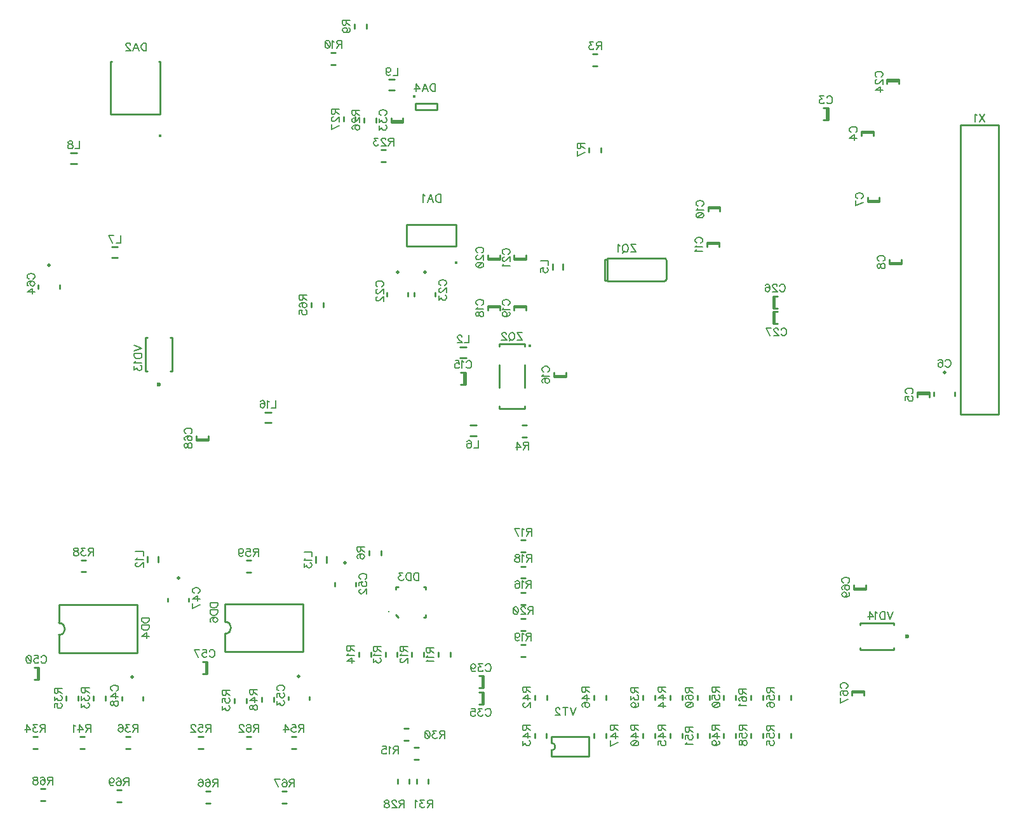
<source format=gbo>
G04 DipTrace 3.2.0.1*
G04 BotSilk.gbr*
%MOIN*%
G04 #@! TF.FileFunction,Legend,Bot*
G04 #@! TF.Part,Single*
%ADD10C,0.009843*%
%ADD22C,0.019688*%
%ADD32C,0.015403*%
%ADD35C,0.01541*%
%ADD40C,0.015402*%
%ADD52C,0.011714*%
%ADD65C,0.023613*%
%ADD67C,0.023631*%
%ADD77C,0.015422*%
%ADD176C,0.006176*%
%FSLAX26Y26*%
G04*
G70*
G90*
G75*
G01*
G04 BotSilk*
%LPD*%
X5151969Y4023654D2*
D10*
Y4086583D1*
X5159417Y4023654D2*
Y4086583D1*
Y4023654D2*
X5135858D1*
X5159417Y4086583D2*
X5135858D1*
X5397606Y3957087D2*
X5334677D1*
X5397606Y3964535D2*
X5334677D1*
X5397606D2*
Y3940976D1*
X5334677Y3964535D2*
Y3940976D1*
X5690913Y2585039D2*
X5627984D1*
X5690913Y2592488D2*
X5627984D1*
X5690913D2*
Y2568929D1*
X5627984Y2592488D2*
Y2568929D1*
D22*
X5769685Y2696851D3*
X5824803Y2592514D2*
D10*
Y2572831D1*
X5714567Y2592514D2*
Y2572831D1*
X5366173Y3601969D2*
X5429102D1*
X5366173Y3594520D2*
X5429102D1*
X5366173D2*
Y3618079D1*
X5429102Y3594520D2*
Y3618079D1*
X5480346Y3273228D2*
X5543276D1*
X5480346Y3265780D2*
X5543276D1*
X5480346D2*
Y3289339D1*
X5543276Y3265780D2*
Y3289339D1*
X4592488Y3559449D2*
X4529559D1*
X4592488Y3566898D2*
X4529559D1*
X4592488D2*
Y3543339D1*
X4529559Y3566898D2*
Y3543339D1*
X4586583Y3374409D2*
X4523654D1*
X4586583Y3381858D2*
X4523654D1*
X4586583D2*
Y3358299D1*
X4523654Y3381858D2*
Y3358299D1*
X3248425Y2633890D2*
Y2696819D1*
X3255874Y2633890D2*
Y2696819D1*
Y2633890D2*
X3232315D1*
X3255874Y2696819D2*
X3232315D1*
X3720504Y2680709D2*
X3783433D1*
X3720504Y2673260D2*
X3783433D1*
X3720504D2*
Y2696819D1*
X3783433Y2673260D2*
Y2696819D1*
X3437370Y3039862D2*
X3374441D1*
X3437370Y3047311D2*
X3374441D1*
X3437370D2*
Y3023752D1*
X3374441Y3047311D2*
Y3023752D1*
X3575165Y3039862D2*
X3512236D1*
X3575165Y3047311D2*
X3512236D1*
X3575165D2*
Y3023752D1*
X3512236Y3047311D2*
Y3023752D1*
X3374441Y3297686D2*
X3437370D1*
X3374441Y3290238D2*
X3437370D1*
X3374441D2*
Y3313797D1*
X3437370Y3290238D2*
Y3313797D1*
X3512236Y3297686D2*
X3575165D1*
X3512236Y3290238D2*
X3575165D1*
X3512236D2*
Y3313797D1*
X3575165Y3290238D2*
Y3313797D1*
D22*
X2899606Y3222442D3*
X2954724Y3118104D2*
D10*
Y3098421D1*
X2844488Y3118104D2*
Y3098421D1*
D22*
X3043701Y3222737D3*
X3098819Y3118400D2*
D10*
Y3098717D1*
X2988583Y3118400D2*
Y3098717D1*
X5531465Y4228740D2*
X5468535D1*
X5531465Y4236189D2*
X5468535D1*
X5531465D2*
Y4212630D1*
X5468535Y4236189D2*
Y4212630D1*
X4877559Y3098394D2*
Y3035465D1*
X4870110Y3098394D2*
Y3035465D1*
Y3098394D2*
X4893669D1*
X4870110Y3035465D2*
X4893669D1*
X4877559Y3015717D2*
Y2952787D1*
X4870110Y3015717D2*
Y2952787D1*
Y3015717D2*
X4893669D1*
X4870110Y2952787D2*
X4893669D1*
X2866173Y4019291D2*
X2929102D1*
X2866173Y4011843D2*
X2929102D1*
X2866173D2*
Y4035402D1*
X2929102Y4011843D2*
Y4035402D1*
X3344094Y955031D2*
Y1017961D1*
X3351543Y955031D2*
Y1017961D1*
Y955031D2*
X3327984D1*
X3351543Y1017961D2*
X3327984D1*
X3342598Y1040827D2*
Y1103756D1*
X3350047Y1040827D2*
Y1103756D1*
Y1040827D2*
X3326488D1*
X3350047Y1103756D2*
X3326488D1*
D22*
X1749951Y1616488D3*
X1805070Y1512150D2*
D10*
Y1492467D1*
X1694833Y1512150D2*
Y1492467D1*
D22*
X1508929Y1098132D3*
X1564047Y993795D2*
D10*
Y974112D1*
X1453811Y993795D2*
Y974112D1*
X1009341Y1084572D2*
Y1147501D1*
X1016790Y1084572D2*
Y1147501D1*
Y1084572D2*
X993231D1*
X1016790Y1147501D2*
X993231D1*
D22*
X2624951Y1697737D3*
X2680069Y1593400D2*
D10*
Y1573717D1*
X2569833Y1593400D2*
Y1573717D1*
D22*
X2380992Y1099817D3*
X2436110Y995480D2*
D10*
Y975797D1*
X2325874Y995480D2*
Y975797D1*
X1892913Y1115436D2*
Y1178365D1*
X1900362Y1115436D2*
Y1178365D1*
Y1115436D2*
X1876803D1*
X1900362Y1178365D2*
X1876803D1*
D22*
X1070866Y3261812D3*
X1125984Y3157474D2*
D10*
Y3137791D1*
X1015748Y3157474D2*
Y3137791D1*
X5348315Y1017559D2*
X5285386D1*
X5348315Y1025008D2*
X5285386D1*
X5348315D2*
Y1001449D1*
X5285386Y1025008D2*
Y1001449D1*
X1844520Y2348031D2*
X1907449D1*
X1844520Y2340583D2*
X1907449D1*
X1844520D2*
Y2364142D1*
X1907449Y2340583D2*
Y2364142D1*
X5294480Y1564764D2*
X5357409D1*
X5294480Y1557315D2*
X5357409D1*
X5294480D2*
Y1580874D1*
X5357409Y1557315D2*
Y1580874D1*
D32*
X3207030Y3272955D3*
X3208069Y3362205D2*
D10*
X2948240D1*
X3208069Y3472441D2*
X2948240D1*
Y3362205D2*
Y3472441D1*
X3208069Y3362205D2*
Y3472441D1*
X1654336Y4055139D2*
X1394493D1*
X1654336Y4330728D2*
Y4055139D1*
Y4330728D2*
X1646470D1*
X1394493D2*
Y4055139D1*
Y4330728D2*
X1402359D1*
D35*
X1653402Y3940193D3*
D40*
X2988082Y4146098D3*
X2992771Y4109154D2*
D10*
X3106940D1*
Y4077657D1*
X2992771D1*
Y4109154D1*
X2891302Y1423218D2*
X2903016Y1411475D1*
X2891302Y1568956D2*
X2903016D1*
X2891302D2*
Y1557212D1*
X3048793Y1568956D2*
Y1557212D1*
Y1568956D2*
X3037079D1*
X3048793Y1411475D2*
Y1423218D1*
Y1411475D2*
X3037079D1*
D52*
X2855726Y1441026D3*
X1123552Y1475687D2*
D10*
X1532999D1*
X1123552Y1223720D2*
X1532999D1*
Y1475687D2*
Y1223720D1*
X1123552Y1475687D2*
Y1381210D1*
Y1318196D2*
Y1223720D1*
Y1381210D2*
G02X1123552Y1318196I-21J-31507D01*
G01*
X1995056Y1481936D2*
X2404503D1*
X1995056Y1229969D2*
X2404503D1*
Y1481936D2*
Y1229969D1*
X1995056Y1481936D2*
Y1387460D1*
Y1324446D2*
Y1229969D1*
Y1387460D2*
G02X1995056Y1324446I-21J-31507D01*
G01*
X3259869Y2775559D2*
X3228369D1*
X3259869Y2830677D2*
X3228369D1*
X3767748Y3267743D2*
Y3236243D1*
X3712630Y3267743D2*
Y3236243D1*
X3281469Y2419323D2*
X3312969D1*
X3281469Y2364205D2*
X3312969D1*
X1431129Y3301150D2*
X1399629D1*
X1431129Y3356268D2*
X1399629D1*
X1185013Y3850425D2*
X1216513D1*
X1185013Y3795307D2*
X1216513D1*
X2885854Y4181071D2*
X2854354D1*
X2885854Y4236189D2*
X2854354D1*
X1643352Y1731749D2*
Y1700249D1*
X1588234Y1731749D2*
Y1700249D1*
X2527320Y1728938D2*
Y1697438D1*
X2472202Y1728938D2*
Y1697438D1*
X2204698Y2488220D2*
X2236198D1*
X2204698Y2433102D2*
X2236198D1*
X3948787Y4307118D2*
X3925228D1*
X3948787Y4370047D2*
X3925228D1*
X3555150Y2419260D2*
X3578709D1*
X3555150Y2356331D2*
X3578709D1*
X2812961Y1761780D2*
Y1738220D1*
X2750031Y1761780D2*
Y1738220D1*
X3968472Y3877921D2*
Y3854362D1*
X3905543Y3877921D2*
Y3854362D1*
X2673604Y4503870D2*
Y4527429D1*
X2736533Y4503870D2*
Y4527429D1*
X2575362Y4315436D2*
X2551803D1*
X2575362Y4378365D2*
X2551803D1*
X3114835Y1202630D2*
Y1226189D1*
X3177764Y1202630D2*
Y1226189D1*
X2975386Y1202630D2*
Y1226189D1*
X3038315Y1202630D2*
Y1226189D1*
X2835937Y1202630D2*
Y1226189D1*
X2898866Y1202630D2*
Y1226189D1*
X2696488Y1202630D2*
Y1226189D1*
X2759417Y1202630D2*
Y1226189D1*
X2986528Y726937D2*
X3010087D1*
X2986528Y664008D2*
X3010087D1*
X3547709Y1541210D2*
X3571268D1*
X3547709Y1478281D2*
X3571268D1*
X3547709Y1816181D2*
X3571268D1*
X3547709Y1753252D2*
X3571268D1*
X3547709Y1678696D2*
X3571268D1*
X3547709Y1615766D2*
X3571268D1*
X3547709Y1266239D2*
X3571268D1*
X3547709Y1203310D2*
X3571268D1*
X3547709Y1403724D2*
X3571268D1*
X3547709Y1340795D2*
X3571268D1*
X2814992Y3866110D2*
X2838551D1*
X2814992Y3803181D2*
X2838551D1*
X2724441Y4011843D2*
Y4035402D1*
X2787370Y4011843D2*
Y4035402D1*
X2679102Y4039339D2*
Y4015780D1*
X2616173Y4039339D2*
Y4015780D1*
X2962399Y560252D2*
Y536693D1*
X2899470Y560252D2*
Y536693D1*
X2957449Y764047D2*
X2933890D1*
X2957449Y826976D2*
X2933890D1*
X3062388Y560252D2*
Y536693D1*
X2999459Y560252D2*
Y536693D1*
X1305031Y975268D2*
Y998827D1*
X1367961Y975268D2*
Y998827D1*
X986982Y785039D2*
X1010541D1*
X986982Y722110D2*
X1010541D1*
X1225081Y997706D2*
Y974147D1*
X1162152Y997706D2*
Y974147D1*
X1474430Y785039D2*
X1497990D1*
X1474430Y722110D2*
X1497990D1*
X1263945Y1649244D2*
X1240386D1*
X1263945Y1712173D2*
X1240386D1*
X4187984Y978299D2*
Y1001858D1*
X4250913Y978299D2*
Y1001858D1*
X4187984Y778220D2*
Y801780D1*
X4250913Y778220D2*
Y801780D1*
X1256517Y722110D2*
X1232958D1*
X1256517Y785039D2*
X1232958D1*
X3621094Y978299D2*
Y1001858D1*
X3684024Y978299D2*
Y1001858D1*
X3682301Y801819D2*
Y778260D1*
X3619371Y801819D2*
Y778260D1*
X4330465Y978299D2*
Y1001858D1*
X4393394Y978299D2*
Y1001858D1*
X4330465Y778220D2*
Y801780D1*
X4393394Y778220D2*
Y801780D1*
X3930307Y978299D2*
Y1001858D1*
X3993236Y978299D2*
Y1001858D1*
X3994092Y800865D2*
Y777306D1*
X3931163Y800865D2*
Y777306D1*
X2187045Y965646D2*
Y989205D1*
X2249974Y965646D2*
Y989205D1*
X4611790Y778165D2*
Y801724D1*
X4674719Y778165D2*
Y801724D1*
X4612394Y978299D2*
Y1001858D1*
X4675323Y978299D2*
Y1001858D1*
X4473178Y777039D2*
Y800598D1*
X4536108Y777039D2*
Y800598D1*
X1855640Y785039D2*
X1879199D1*
X1855640Y722110D2*
X1879199D1*
X2106239Y985207D2*
Y961648D1*
X2043310Y985207D2*
Y961648D1*
X2343089Y785039D2*
X2366648D1*
X2343089Y722110D2*
X2366648D1*
X4899736Y777738D2*
Y801297D1*
X4962665Y777738D2*
Y801297D1*
X4900386Y978299D2*
Y1001858D1*
X4963315Y978299D2*
Y1001858D1*
X4755525Y778165D2*
Y801724D1*
X4818454Y778165D2*
Y801724D1*
X2129850Y1646213D2*
X2106291D1*
X2129850Y1709142D2*
X2106291D1*
X4473496Y977748D2*
Y1001307D1*
X4536425Y977748D2*
Y1001307D1*
X4754874Y978299D2*
Y1001858D1*
X4817803Y978299D2*
Y1001858D1*
X2131425Y722110D2*
X2107866D1*
X2131425Y785039D2*
X2107866D1*
X2446882Y3039402D2*
Y3062961D1*
X2509811Y3039402D2*
Y3062961D1*
X1917980Y435317D2*
X1894421D1*
X1917980Y498246D2*
X1894421D1*
X2319112Y434185D2*
X2295553D1*
X2319112Y497114D2*
X2295553D1*
X1050362Y446685D2*
X1026803D1*
X1050362Y509614D2*
X1026803D1*
X1450362Y440435D2*
X1426803D1*
X1450362Y503364D2*
X1426803D1*
X1718507Y2704721D2*
Y2881893D1*
X1576771Y2704721D2*
Y2881893D1*
X1718507D2*
X1708657D1*
X1718507Y2704721D2*
X1708657D1*
X1586622Y2881893D2*
X1576771D1*
X1586622Y2704721D2*
X1576771D1*
D65*
X1647639Y2632879D3*
X5503744Y1381736D2*
D10*
X5326572D1*
X5503744Y1239999D2*
X5326572D1*
Y1381736D2*
Y1371885D1*
X5503744Y1381736D2*
Y1371885D1*
X5326572Y1249850D2*
Y1239999D1*
X5503744Y1249850D2*
Y1239999D1*
D67*
X5575586Y1310867D3*
X3707951Y782842D2*
D10*
X3904805D1*
X3707951Y680465D2*
X3904805D1*
Y782842D2*
Y680465D1*
X3707951Y751348D2*
Y782842D1*
Y711959D2*
Y680465D1*
Y751348D2*
G02X3707951Y711959I-9J-19694D01*
G01*
X6055512Y2477165D2*
X5855512D1*
Y3996850D1*
X6055512D1*
Y2477165D1*
X3986270Y3182011D2*
Y3292005D1*
X4311260Y3287002D2*
G03X4301241Y3297007I-10020J-16D01*
G01*
Y3177009D2*
G03X4311260Y3187013I-2J10020D01*
G01*
Y3287002D1*
X3986270Y3292005D2*
X4001257D1*
Y3297007D2*
Y3292005D1*
Y3297007D2*
X4301241D1*
X3986270Y3182011D2*
X4001257D1*
Y3177009D2*
Y3182011D1*
Y3177009D2*
X4301241D1*
X4001257Y3292005D2*
Y3182011D1*
D77*
X3593226Y2836608D3*
X3567013Y2520000D2*
D10*
Y2506299D1*
X3433047Y2520000D2*
Y2506299D1*
X3567013D2*
X3433047D1*
X3567013Y2736472D2*
Y2618646D1*
X3433047Y2736472D2*
Y2618646D1*
Y2848819D2*
Y2835118D1*
X3567013Y2848819D2*
Y2835118D1*
Y2848819D2*
X3433047D1*
X5152863Y4139579D2*
D176*
X5154764Y4143382D1*
X5158611Y4147228D1*
X5162413Y4149130D1*
X5170063D1*
X5173909Y4147228D1*
X5177712Y4143382D1*
X5179658Y4139579D1*
X5181559Y4133831D1*
Y4124236D1*
X5179658Y4118532D1*
X5177712Y4114686D1*
X5173909Y4110883D1*
X5170063Y4108938D1*
X5162413D1*
X5158611Y4110883D1*
X5154764Y4114686D1*
X5152863Y4118532D1*
X5136665Y4149085D2*
X5115662D1*
X5127114Y4133787D1*
X5121366D1*
X5117564Y4131886D1*
X5115662Y4129984D1*
X5113717Y4124236D1*
Y4120434D1*
X5115662Y4114686D1*
X5119465Y4110839D1*
X5125213Y4108938D1*
X5130961D1*
X5136665Y4110839D1*
X5138566Y4112784D1*
X5140511Y4116587D1*
X5281681Y3958932D2*
X5277878Y3960833D1*
X5274032Y3964680D1*
X5272130Y3968482D1*
Y3976132D1*
X5274032Y3979978D1*
X5277878Y3983781D1*
X5281681Y3985726D1*
X5287429Y3987628D1*
X5297024D1*
X5302727Y3985726D1*
X5306574Y3983781D1*
X5310377Y3979978D1*
X5312322Y3976131D1*
Y3968482D1*
X5310377Y3964680D1*
X5306574Y3960833D1*
X5302727Y3958932D1*
X5312322Y3927435D2*
X5272174D1*
X5298925Y3946580D1*
Y3917884D1*
X5574988Y2585934D2*
X5571185Y2587835D1*
X5567339Y2591682D1*
X5565437Y2595484D1*
Y2603134D1*
X5567339Y2606980D1*
X5571185Y2610783D1*
X5574988Y2612728D1*
X5580736Y2614630D1*
X5590331D1*
X5596035Y2612728D1*
X5599881Y2610783D1*
X5603684Y2606980D1*
X5605629Y2603134D1*
Y2595484D1*
X5603684Y2591682D1*
X5599881Y2587835D1*
X5596035Y2585934D1*
X5565482Y2550635D2*
Y2569736D1*
X5582681Y2571637D1*
X5580780Y2569736D1*
X5578835Y2563988D1*
Y2558284D1*
X5580780Y2552536D1*
X5584583Y2548689D1*
X5590331Y2546788D1*
X5594133D1*
X5599881Y2548689D1*
X5603728Y2552536D1*
X5605629Y2558284D1*
Y2563988D1*
X5603728Y2569736D1*
X5601783Y2571637D1*
X5597980Y2573582D1*
X5773937Y2755721D2*
X5775839Y2759523D1*
X5779685Y2763370D1*
X5783488Y2765271D1*
X5791137D1*
X5794984Y2763370D1*
X5798787Y2759523D1*
X5800732Y2755721D1*
X5802633Y2749973D1*
Y2740378D1*
X5800732Y2734674D1*
X5798787Y2730827D1*
X5794984Y2727025D1*
X5791137Y2725079D1*
X5783488D1*
X5779685Y2727025D1*
X5775839Y2730827D1*
X5773937Y2734674D1*
X5738638Y2759523D2*
X5740539Y2763326D1*
X5746287Y2765227D1*
X5750090D1*
X5755838Y2763326D1*
X5759685Y2757578D1*
X5761586Y2748027D1*
Y2738477D1*
X5759685Y2730827D1*
X5755838Y2726981D1*
X5750090Y2725079D1*
X5748189D1*
X5742485Y2726981D1*
X5738638Y2730827D1*
X5736737Y2736575D1*
Y2738477D1*
X5738638Y2744225D1*
X5742485Y2748027D1*
X5748189Y2749929D1*
X5750090D1*
X5755838Y2748027D1*
X5759685Y2744225D1*
X5761586Y2738477D1*
X5313177Y3611524D2*
X5309374Y3613426D1*
X5305528Y3617272D1*
X5303626Y3621075D1*
Y3628724D1*
X5305528Y3632571D1*
X5309374Y3636374D1*
X5313177Y3638319D1*
X5318925Y3640220D1*
X5328520D1*
X5334224Y3638319D1*
X5338070Y3636373D1*
X5341873Y3632571D1*
X5343818Y3628724D1*
Y3621075D1*
X5341873Y3617272D1*
X5338070Y3613426D1*
X5334224Y3611524D1*
X5343818Y3591524D2*
X5303670Y3572378D1*
X5303671Y3599173D1*
X5427350Y3282762D2*
X5423548Y3284663D1*
X5419701Y3288510D1*
X5417800Y3292313D1*
Y3299962D1*
X5419701Y3303809D1*
X5423548Y3307611D1*
X5427350Y3309557D1*
X5433098Y3311458D1*
X5442693D1*
X5448397Y3309557D1*
X5452244Y3307611D1*
X5456046Y3303809D1*
X5457992Y3299962D1*
Y3292313D1*
X5456046Y3288510D1*
X5452244Y3284663D1*
X5448397Y3282762D1*
X5417844Y3260860D2*
X5419745Y3266564D1*
X5423548Y3268509D1*
X5427394D1*
X5431197Y3266564D1*
X5433142Y3262761D1*
X5435044Y3255112D1*
X5436945Y3249364D1*
X5440792Y3245562D1*
X5444594Y3243660D1*
X5450342D1*
X5454145Y3245562D1*
X5456090Y3247463D1*
X5457992Y3253211D1*
Y3260860D1*
X5456090Y3266564D1*
X5454145Y3268509D1*
X5450342Y3270411D1*
X5444594D1*
X5440792Y3268509D1*
X5436945Y3264663D1*
X5435044Y3258959D1*
X5433142Y3251310D1*
X5431197Y3247463D1*
X5427394Y3245562D1*
X5423548D1*
X5419745Y3247463D1*
X5417844Y3253211D1*
Y3260860D1*
X4476563Y3571316D2*
X4472760Y3573218D1*
X4468913Y3577064D1*
X4467012Y3580867D1*
Y3588516D1*
X4468913Y3592363D1*
X4472760Y3596165D1*
X4476563Y3598111D1*
X4482311Y3600012D1*
X4491906D1*
X4497609Y3598111D1*
X4501456Y3596165D1*
X4505259Y3592363D1*
X4507204Y3588516D1*
Y3580867D1*
X4505259Y3577064D1*
X4501456Y3573218D1*
X4497609Y3571316D1*
X4474706Y3558965D2*
X4472760Y3555118D1*
X4467056Y3549370D1*
X4507204D1*
X4467056Y3525523D2*
X4468958Y3531271D1*
X4474706Y3535118D1*
X4484256Y3537019D1*
X4490004D1*
X4499555Y3535117D1*
X4505303Y3531271D1*
X4507204Y3525523D1*
Y3521720D1*
X4505303Y3515972D1*
X4499555Y3512170D1*
X4490004Y3510224D1*
X4484256D1*
X4474706Y3512170D1*
X4468958Y3515972D1*
X4467056Y3521720D1*
Y3525523D1*
X4474706Y3512170D2*
X4499555Y3535117D1*
X4470657Y3377677D2*
X4466855Y3379578D1*
X4463008Y3383425D1*
X4461107Y3387228D1*
Y3394877D1*
X4463008Y3398724D1*
X4466855Y3402526D1*
X4470657Y3404472D1*
X4476405Y3406373D1*
X4486000D1*
X4491704Y3404472D1*
X4495551Y3402526D1*
X4499353Y3398724D1*
X4501299Y3394877D1*
Y3387228D1*
X4499353Y3383425D1*
X4495551Y3379578D1*
X4491704Y3377677D1*
X4468800Y3365326D2*
X4466855Y3361479D1*
X4461151Y3355731D1*
X4501299D1*
X4468800Y3343379D2*
X4466855Y3339533D1*
X4461151Y3333785D1*
X4501299D1*
X3260293Y2749815D2*
X3262194Y2753618D1*
X3266041Y2757465D1*
X3269843Y2759366D1*
X3277493D1*
X3281339Y2757465D1*
X3285142Y2753618D1*
X3287087Y2749815D1*
X3288989Y2744067D1*
Y2734472D1*
X3287087Y2728769D1*
X3285142Y2724922D1*
X3281339Y2721119D1*
X3277493Y2719174D1*
X3269843D1*
X3266041Y2721119D1*
X3262194Y2724922D1*
X3260293Y2728769D1*
X3247941Y2751672D2*
X3244094Y2753618D1*
X3238346Y2759322D1*
Y2719174D1*
X3203047Y2759322D2*
X3222148D1*
X3224050Y2742122D1*
X3222148Y2744023D1*
X3216400Y2745969D1*
X3210696D1*
X3204948Y2744023D1*
X3201102Y2740220D1*
X3199200Y2734472D1*
Y2730670D1*
X3201102Y2724922D1*
X3204948Y2721075D1*
X3210696Y2719174D1*
X3216400D1*
X3222148Y2721075D1*
X3224050Y2723021D1*
X3225995Y2726823D1*
X3667508Y2700265D2*
X3663705Y2702166D1*
X3659858Y2706013D1*
X3657957Y2709815D1*
Y2717465D1*
X3659858Y2721311D1*
X3663705Y2725114D1*
X3667508Y2727059D1*
X3673256Y2728961D1*
X3682850D1*
X3688554Y2727059D1*
X3692401Y2725114D1*
X3696204Y2721311D1*
X3698149Y2717465D1*
Y2709815D1*
X3696204Y2706013D1*
X3692401Y2702166D1*
X3688554Y2700265D1*
X3665651Y2687913D2*
X3663705Y2684067D1*
X3658001Y2678319D1*
X3698149D1*
X3663705Y2643019D2*
X3659902Y2644921D1*
X3658001Y2650669D1*
Y2654471D1*
X3659903Y2660219D1*
X3665651Y2664066D1*
X3675201Y2665967D1*
X3684752D1*
X3692401Y2664066D1*
X3696248Y2660219D1*
X3698149Y2654471D1*
Y2652570D1*
X3696248Y2646866D1*
X3692401Y2643019D1*
X3686653Y2641118D1*
X3684752D1*
X3679004Y2643019D1*
X3675201Y2646866D1*
X3673300Y2652570D1*
Y2654471D1*
X3675201Y2660219D1*
X3679004Y2664066D1*
X3684752Y2665967D1*
X3321445Y3051708D2*
X3317642Y3053609D1*
X3313795Y3057456D1*
X3311894Y3061258D1*
Y3068907D1*
X3313795Y3072754D1*
X3317642Y3076557D1*
X3321445Y3078502D1*
X3327193Y3080404D1*
X3336787D1*
X3342491Y3078502D1*
X3346338Y3076557D1*
X3350141Y3072754D1*
X3352086Y3068907D1*
Y3061258D1*
X3350141Y3057456D1*
X3346338Y3053609D1*
X3342491Y3051708D1*
X3319588Y3039356D2*
X3317642Y3035509D1*
X3311938Y3029761D1*
X3352086D1*
X3311938Y3007860D2*
X3313840Y3013563D1*
X3317642Y3015509D1*
X3321489D1*
X3325291Y3013563D1*
X3327237Y3009761D1*
X3329138Y3002111D1*
X3331039Y2996363D1*
X3334886Y2992561D1*
X3338689Y2990660D1*
X3344437D1*
X3348239Y2992561D1*
X3350185Y2994462D1*
X3352086Y3000210D1*
Y3007859D1*
X3350185Y3013563D1*
X3348239Y3015509D1*
X3344437Y3017410D1*
X3338689D1*
X3334886Y3015509D1*
X3331039Y3011662D1*
X3329138Y3005958D1*
X3327237Y2998309D1*
X3325291Y2994462D1*
X3321489Y2992561D1*
X3317642D1*
X3313839Y2994462D1*
X3311938Y3000210D1*
Y3007860D1*
X3459240Y3050779D2*
X3455437Y3052680D1*
X3451591Y3056527D1*
X3449689Y3060330D1*
Y3067979D1*
X3451591Y3071826D1*
X3455437Y3075628D1*
X3459240Y3077574D1*
X3464988Y3079475D1*
X3474583D1*
X3480287Y3077574D1*
X3484133Y3075628D1*
X3487936Y3071826D1*
X3489881Y3067979D1*
Y3060330D1*
X3487936Y3056527D1*
X3484133Y3052680D1*
X3480287Y3050779D1*
X3457383Y3038428D2*
X3455437Y3034581D1*
X3449734Y3028833D1*
X3489881D1*
X3463087Y2991588D2*
X3468835Y2993534D1*
X3472681Y2997336D1*
X3474583Y3003084D1*
Y3004985D1*
X3472681Y3010733D1*
X3468835Y3014536D1*
X3463087Y3016482D1*
X3461185D1*
X3455437Y3014536D1*
X3451635Y3010734D1*
X3449734Y3004985D1*
X3449733Y3003084D1*
X3451635Y2997336D1*
X3455437Y2993534D1*
X3463087Y2991588D1*
X3472681D1*
X3482232Y2993534D1*
X3487980Y2997336D1*
X3489881Y3003084D1*
Y3006887D1*
X3487980Y3012635D1*
X3484133Y3014536D1*
X3321445Y3326815D2*
X3317642Y3328716D1*
X3313795Y3332563D1*
X3311894Y3336366D1*
Y3344015D1*
X3313795Y3347862D1*
X3317642Y3351664D1*
X3321445Y3353610D1*
X3327193Y3355511D1*
X3336787D1*
X3342491Y3353610D1*
X3346338Y3351664D1*
X3350141Y3347862D1*
X3352086Y3344015D1*
Y3336366D1*
X3350141Y3332563D1*
X3346338Y3328716D1*
X3342491Y3326815D1*
X3321489Y3312518D2*
X3319588D1*
X3315741Y3310617D1*
X3313840Y3308716D1*
X3311938Y3304869D1*
Y3297220D1*
X3313840Y3293417D1*
X3315741Y3291516D1*
X3319588Y3289570D1*
X3323390D1*
X3327237Y3291516D1*
X3332941Y3295318D1*
X3352086Y3314464D1*
Y3287669D1*
X3311938Y3263822D2*
X3313840Y3269570D1*
X3319588Y3273417D1*
X3329138Y3275318D1*
X3334886D1*
X3344437Y3273416D1*
X3350185Y3269570D1*
X3352086Y3263822D1*
Y3260019D1*
X3350185Y3254271D1*
X3344437Y3250469D1*
X3334886Y3248523D1*
X3329138D1*
X3319588Y3250469D1*
X3313839Y3254271D1*
X3311938Y3260019D1*
Y3263822D1*
X3319588Y3250469D2*
X3344437Y3273416D1*
X3459240Y3318215D2*
X3455437Y3320117D1*
X3451591Y3323963D1*
X3449689Y3327766D1*
Y3335415D1*
X3451591Y3339262D1*
X3455437Y3343064D1*
X3459240Y3345010D1*
X3464988Y3346911D1*
X3474583D1*
X3480287Y3345010D1*
X3484133Y3343064D1*
X3487936Y3339262D1*
X3489881Y3335415D1*
Y3327766D1*
X3487936Y3323963D1*
X3484133Y3320117D1*
X3480287Y3318215D1*
X3459284Y3303918D2*
X3457383D1*
X3453536Y3302017D1*
X3451635Y3300116D1*
X3449734Y3296269D1*
Y3288620D1*
X3451635Y3284817D1*
X3453536Y3282916D1*
X3457383Y3280971D1*
X3461185D1*
X3465032Y3282916D1*
X3470736Y3286719D1*
X3489881Y3305864D1*
Y3279069D1*
X3457383Y3266718D2*
X3455437Y3262871D1*
X3449733Y3257123D1*
X3489881D1*
X2795460Y3148814D2*
X2791658Y3150715D1*
X2787811Y3154562D1*
X2785910Y3158364D1*
Y3166014D1*
X2787811Y3169861D1*
X2791658Y3173663D1*
X2795460Y3175609D1*
X2801208Y3177510D1*
X2810803D1*
X2816507Y3175609D1*
X2820354Y3173663D1*
X2824156Y3169860D1*
X2826102Y3166014D1*
Y3158364D1*
X2824156Y3154562D1*
X2820354Y3150715D1*
X2816507Y3148814D1*
X2795505Y3134517D2*
X2793603D1*
X2789757Y3132616D1*
X2787855Y3130714D1*
X2785954Y3126868D1*
Y3119218D1*
X2787855Y3115416D1*
X2789757Y3113515D1*
X2793603Y3111569D1*
X2797406D1*
X2801253Y3113515D1*
X2806956Y3117317D1*
X2826102Y3136462D1*
Y3109668D1*
X2795505Y3095371D2*
X2793603D1*
X2789757Y3093470D1*
X2787855Y3091568D1*
X2785954Y3087722D1*
Y3080072D1*
X2787855Y3076270D1*
X2789756Y3074369D1*
X2793603Y3072423D1*
X2797406D1*
X2801253Y3074369D1*
X2806956Y3078171D1*
X2826102Y3097316D1*
Y3070522D1*
X3126563Y3155015D2*
X3122760Y3156916D1*
X3118913Y3160763D1*
X3117012Y3164565D1*
Y3172215D1*
X3118913Y3176061D1*
X3122760Y3179864D1*
X3126563Y3181809D1*
X3132311Y3183711D1*
X3141906D1*
X3147609Y3181809D1*
X3151456Y3179864D1*
X3155259Y3176061D1*
X3157204Y3172215D1*
Y3164565D1*
X3155259Y3160763D1*
X3151456Y3156916D1*
X3147609Y3155015D1*
X3126607Y3140718D2*
X3124706D1*
X3120859Y3138817D1*
X3118958Y3136915D1*
X3117056Y3133069D1*
Y3125419D1*
X3118958Y3121617D1*
X3120859Y3119715D1*
X3124706Y3117770D1*
X3128508D1*
X3132355Y3119715D1*
X3138059Y3123518D1*
X3157204Y3142663D1*
Y3115869D1*
X3117056Y3099671D2*
Y3078668D1*
X3132355Y3090120D1*
Y3084372D1*
X3134256Y3080569D1*
X3136157Y3078668D1*
X3141905Y3076723D1*
X3145708D1*
X3151456Y3078668D1*
X3155303Y3082471D1*
X3157204Y3088219D1*
Y3093967D1*
X3155303Y3099670D1*
X3153357Y3101572D1*
X3149555Y3103517D1*
X5415539Y4250158D2*
X5411737Y4252059D1*
X5407890Y4255906D1*
X5405989Y4259709D1*
Y4267358D1*
X5407890Y4271205D1*
X5411737Y4275007D1*
X5415539Y4276953D1*
X5421287Y4278854D1*
X5430882D1*
X5436586Y4276953D1*
X5440432Y4275007D1*
X5444235Y4271205D1*
X5446180Y4267358D1*
Y4259709D1*
X5444235Y4255906D1*
X5440432Y4252059D1*
X5436586Y4250158D1*
X5415583Y4235861D2*
X5413682D1*
X5409835Y4233960D1*
X5407934Y4232059D1*
X5406033Y4228212D1*
Y4220563D1*
X5407934Y4216760D1*
X5409835Y4214859D1*
X5413682Y4212913D1*
X5417485D1*
X5421331Y4214859D1*
X5427035Y4218661D1*
X5446181Y4237807D1*
Y4211012D1*
Y4179515D2*
X5406033D1*
X5432783Y4198661D1*
Y4169965D1*
X4905715Y3151390D2*
X4907616Y3155193D1*
X4911463Y3159039D1*
X4915266Y3160941D1*
X4922915D1*
X4926762Y3159039D1*
X4930564Y3155193D1*
X4932510Y3151390D1*
X4934411Y3145642D1*
Y3136047D1*
X4932510Y3130343D1*
X4930564Y3126497D1*
X4926762Y3122694D1*
X4922915Y3120749D1*
X4915266D1*
X4911463Y3122694D1*
X4907616Y3126497D1*
X4905715Y3130343D1*
X4891418Y3151346D2*
Y3153247D1*
X4889517Y3157094D1*
X4887616Y3158995D1*
X4883769Y3160896D1*
X4876120D1*
X4872317Y3158995D1*
X4870416Y3157094D1*
X4868470Y3153247D1*
Y3149445D1*
X4870416Y3145598D1*
X4874218Y3139894D1*
X4893364Y3120749D1*
X4866569D1*
X4831270Y3155193D2*
X4833171Y3158995D1*
X4838919Y3160896D1*
X4842722D1*
X4848470Y3158995D1*
X4852316Y3153247D1*
X4854218Y3143697D1*
Y3134146D1*
X4852316Y3126497D1*
X4848470Y3122650D1*
X4842722Y3120749D1*
X4840820D1*
X4835117Y3122650D1*
X4831270Y3126497D1*
X4829368Y3132245D1*
Y3134146D1*
X4831270Y3139894D1*
X4835117Y3143697D1*
X4840820Y3145598D1*
X4842722D1*
X4848470Y3143697D1*
X4852316Y3139894D1*
X4854218Y3134146D1*
X4912593Y2921075D2*
X4914495Y2924878D1*
X4918341Y2928724D1*
X4922144Y2930626D1*
X4929793D1*
X4933640Y2928724D1*
X4937443Y2924878D1*
X4939388Y2921075D1*
X4941289Y2915327D1*
Y2905732D1*
X4939388Y2900028D1*
X4937443Y2896182D1*
X4933640Y2892379D1*
X4929793Y2890434D1*
X4922144D1*
X4918341Y2892379D1*
X4914495Y2896182D1*
X4912593Y2900028D1*
X4898296Y2921031D2*
Y2922932D1*
X4896395Y2926779D1*
X4894494Y2928680D1*
X4890647Y2930581D1*
X4882998D1*
X4879195Y2928680D1*
X4877294Y2926779D1*
X4875349Y2922932D1*
Y2919130D1*
X4877294Y2915283D1*
X4881097Y2909579D1*
X4900242Y2890434D1*
X4873447D1*
X4853447D2*
X4834301Y2930581D1*
X4861096D1*
X2813177Y4048420D2*
X2809374Y4050321D1*
X2805528Y4054168D1*
X2803626Y4057971D1*
Y4065620D1*
X2805528Y4069467D1*
X2809374Y4073269D1*
X2813177Y4075215D1*
X2818925Y4077116D1*
X2828520D1*
X2834224Y4075215D1*
X2838070Y4073269D1*
X2841873Y4069467D1*
X2843818Y4065620D1*
Y4057971D1*
X2841873Y4054168D1*
X2838070Y4050321D1*
X2834224Y4048420D1*
X2803671Y4032222D2*
Y4011220D1*
X2818969Y4022671D1*
Y4016923D1*
X2820870Y4013121D1*
X2822772Y4011220D1*
X2828520Y4009274D1*
X2832322D1*
X2838070Y4011220D1*
X2841917Y4015022D1*
X2843818Y4020770D1*
Y4026518D1*
X2841917Y4032222D1*
X2839972Y4034123D1*
X2836169Y4036069D1*
X2803671Y3993076D2*
X2803670Y3972074D1*
X2818969Y3983525D1*
Y3977777D1*
X2820870Y3973975D1*
X2822772Y3972074D1*
X2828520Y3970128D1*
X2832322D1*
X2838070Y3972074D1*
X2841917Y3975876D1*
X2843818Y3981624D1*
Y3987372D1*
X2841917Y3993076D1*
X2839972Y3994977D1*
X2836169Y3996923D1*
X3361530Y922414D2*
X3363432Y926216D1*
X3367278Y930063D1*
X3371081Y931964D1*
X3378730D1*
X3382577Y930063D1*
X3386380Y926216D1*
X3388325Y922414D1*
X3390226Y916666D1*
Y907071D1*
X3388325Y901367D1*
X3386380Y897520D1*
X3382577Y893718D1*
X3378730Y891772D1*
X3371081D1*
X3367278Y893718D1*
X3363432Y897520D1*
X3361530Y901367D1*
X3345332Y931920D2*
X3324330D1*
X3335782Y916621D1*
X3330034D1*
X3326231Y914720D1*
X3324330Y912819D1*
X3322384Y907071D1*
Y903268D1*
X3324330Y897520D1*
X3328132Y893674D1*
X3333880Y891772D1*
X3339628D1*
X3345332Y893674D1*
X3347233Y895619D1*
X3349179Y899422D1*
X3287085Y931920D2*
X3306186D1*
X3308087Y914720D1*
X3306186Y916621D1*
X3300438Y918567D1*
X3294734D1*
X3288986Y916621D1*
X3285140Y912819D1*
X3283238Y907071D1*
Y903268D1*
X3285140Y897520D1*
X3288986Y893674D1*
X3294734Y891772D1*
X3300438D1*
X3306186Y893674D1*
X3308087Y895619D1*
X3310033Y899422D1*
X3362115Y1156752D2*
X3364016Y1160555D1*
X3367863Y1164402D1*
X3371666Y1166303D1*
X3379315D1*
X3383162Y1164402D1*
X3386964Y1160555D1*
X3388910Y1156752D1*
X3390811Y1151004D1*
Y1141409D1*
X3388910Y1135706D1*
X3386964Y1131859D1*
X3383162Y1128056D1*
X3379315Y1126111D1*
X3371666D1*
X3367863Y1128056D1*
X3364016Y1131859D1*
X3362115Y1135706D1*
X3345917Y1166259D2*
X3324915D1*
X3336366Y1150960D1*
X3330618D1*
X3326816Y1149059D1*
X3324915Y1147158D1*
X3322969Y1141409D1*
Y1137607D1*
X3324915Y1131859D1*
X3328717Y1128012D1*
X3334465Y1126111D1*
X3340213D1*
X3345917Y1128012D1*
X3347818Y1129958D1*
X3349764Y1133760D1*
X3285724Y1152906D2*
X3287670Y1147158D1*
X3291472Y1143311D1*
X3297220Y1141409D1*
X3299122D1*
X3304870Y1143311D1*
X3308672Y1147158D1*
X3310618Y1152906D1*
Y1154807D1*
X3308672Y1160555D1*
X3304870Y1164357D1*
X3299122Y1166259D1*
X3297220D1*
X3291472Y1164357D1*
X3287670Y1160555D1*
X3285724Y1152906D1*
Y1143311D1*
X3287670Y1133760D1*
X3291472Y1128012D1*
X3297220Y1126111D1*
X3301023D1*
X3306771Y1128012D1*
X3308672Y1131859D1*
X1833286Y1537561D2*
X1829483Y1539462D1*
X1825637Y1543309D1*
X1823735Y1547112D1*
Y1554761D1*
X1825637Y1558608D1*
X1829483Y1562410D1*
X1833286Y1564356D1*
X1839034Y1566257D1*
X1848629D1*
X1854332Y1564356D1*
X1858179Y1562410D1*
X1861982Y1558608D1*
X1863927Y1554761D1*
Y1547112D1*
X1861982Y1543309D1*
X1858179Y1539462D1*
X1854332Y1537561D1*
X1863927Y1506064D2*
X1823779D1*
X1850530Y1525210D1*
Y1496514D1*
X1863927Y1476513D2*
X1823779Y1457368D1*
Y1484162D1*
X1404783Y1025433D2*
X1400981Y1027334D1*
X1397134Y1031181D1*
X1395233Y1034983D1*
Y1042633D1*
X1397134Y1046479D1*
X1400981Y1050282D1*
X1404783Y1052227D1*
X1410531Y1054129D1*
X1420126D1*
X1425830Y1052227D1*
X1429677Y1050282D1*
X1433479Y1046479D1*
X1435425Y1042633D1*
Y1034983D1*
X1433479Y1031181D1*
X1429677Y1027334D1*
X1425830Y1025433D1*
X1435425Y993936D2*
X1395277D1*
X1422027Y1013081D1*
Y984385D1*
X1395277Y962483D2*
X1397178Y968187D1*
X1400981Y970133D1*
X1404827D1*
X1408630Y968187D1*
X1410575Y964385D1*
X1412477Y956735D1*
X1414378Y950987D1*
X1418225Y947185D1*
X1422027Y945284D1*
X1427775D1*
X1431578Y947185D1*
X1433523Y949086D1*
X1435425Y954834D1*
Y962483D1*
X1433523Y968187D1*
X1431578Y970133D1*
X1427775Y972034D1*
X1422027D1*
X1418225Y970133D1*
X1414378Y966286D1*
X1412477Y960582D1*
X1410575Y952933D1*
X1408630Y949086D1*
X1404827Y947185D1*
X1400981D1*
X1397178Y949086D1*
X1395277Y954834D1*
Y962483D1*
X1029809Y1200498D2*
X1031710Y1204300D1*
X1035557Y1208147D1*
X1039359Y1210048D1*
X1047008D1*
X1050855Y1208147D1*
X1054658Y1204300D1*
X1056603Y1200498D1*
X1058505Y1194750D1*
Y1185155D1*
X1056603Y1179451D1*
X1054658Y1175604D1*
X1050855Y1171802D1*
X1047008Y1169856D1*
X1039359D1*
X1035557Y1171802D1*
X1031710Y1175604D1*
X1029809Y1179451D1*
X994509Y1210004D2*
X1013610D1*
X1015512Y1192804D1*
X1013610Y1194705D1*
X1007862Y1196651D1*
X1002159D1*
X996411Y1194705D1*
X992564Y1190903D1*
X990663Y1185155D1*
Y1181352D1*
X992564Y1175604D1*
X996411Y1171758D1*
X1002159Y1169856D1*
X1007862D1*
X1013610Y1171758D1*
X1015512Y1173703D1*
X1017457Y1177506D1*
X966815Y1210004D2*
X972563Y1208103D1*
X976410Y1202355D1*
X978311Y1192804D1*
Y1187056D1*
X976410Y1177506D1*
X972563Y1171758D1*
X966815Y1169856D1*
X963013D1*
X957264Y1171758D1*
X953462Y1177506D1*
X951516Y1187056D1*
Y1192804D1*
X953462Y1202355D1*
X957264Y1208103D1*
X963013Y1210004D1*
X966815D1*
X953462Y1202355D2*
X976410Y1177506D1*
X2708285Y1611610D2*
X2704483Y1613512D1*
X2700636Y1617359D1*
X2698735Y1621161D1*
Y1628810D1*
X2700636Y1632657D1*
X2704483Y1636460D1*
X2708285Y1638405D1*
X2714033Y1640306D1*
X2723628D1*
X2729332Y1638405D1*
X2733179Y1636460D1*
X2736981Y1632657D1*
X2738927Y1628810D1*
Y1621161D1*
X2736981Y1617358D1*
X2733179Y1613512D1*
X2729332Y1611610D1*
X2698779Y1576311D2*
Y1595412D1*
X2715979Y1597314D1*
X2714077Y1595412D1*
X2712132Y1589664D1*
Y1583960D1*
X2714077Y1578212D1*
X2717880Y1574366D1*
X2723628Y1572464D1*
X2727431D1*
X2733179Y1574366D1*
X2737025Y1578212D1*
X2738927Y1583960D1*
Y1589664D1*
X2737025Y1595412D1*
X2735080Y1597314D1*
X2731277Y1599259D1*
X2708329Y1558168D2*
X2706428D1*
X2702581Y1556266D1*
X2700680Y1554365D1*
X2698779Y1550518D1*
Y1542869D1*
X2700680Y1539066D1*
X2702581Y1537165D1*
X2706428Y1535220D1*
X2710231D1*
X2714077Y1537165D1*
X2719781Y1540968D1*
X2738927Y1560113D1*
Y1533318D1*
X2276846Y1026189D2*
X2273044Y1028090D1*
X2269197Y1031937D1*
X2267296Y1035740D1*
Y1043389D1*
X2269197Y1047236D1*
X2273044Y1051038D1*
X2276846Y1052984D1*
X2282594Y1054885D1*
X2292189D1*
X2297893Y1052984D1*
X2301740Y1051038D1*
X2305542Y1047236D1*
X2307488Y1043389D1*
Y1035740D1*
X2305542Y1031937D1*
X2301740Y1028090D1*
X2297893Y1026189D1*
X2267340Y990890D2*
Y1009991D1*
X2284540Y1011892D1*
X2282638Y1009991D1*
X2280693Y1004243D1*
Y998539D1*
X2282638Y992791D1*
X2286441Y988944D1*
X2292189Y987043D1*
X2295992D1*
X2301740Y988944D1*
X2305586Y992791D1*
X2307488Y998539D1*
Y1004243D1*
X2305586Y1009991D1*
X2303641Y1011892D1*
X2299838Y1013838D1*
X2267340Y970845D2*
Y949843D1*
X2282638Y961294D1*
Y955546D1*
X2284540Y951744D1*
X2286441Y949843D1*
X2292189Y947897D1*
X2295991D1*
X2301740Y949843D1*
X2305586Y953645D1*
X2307488Y959393D1*
Y965141D1*
X2305586Y970845D1*
X2303641Y972746D1*
X2299838Y974692D1*
X1913381Y1231361D2*
X1915282Y1235164D1*
X1919129Y1239011D1*
X1922931Y1240912D1*
X1930581D1*
X1934427Y1239011D1*
X1938230Y1235164D1*
X1940175Y1231361D1*
X1942077Y1225613D1*
Y1216018D1*
X1940175Y1210315D1*
X1938230Y1206468D1*
X1934427Y1202665D1*
X1930581Y1200720D1*
X1922931D1*
X1919129Y1202665D1*
X1915282Y1206468D1*
X1913381Y1210315D1*
X1878081Y1240868D2*
X1897183D1*
X1899084Y1223668D1*
X1897183Y1225569D1*
X1891435Y1227514D1*
X1885731D1*
X1879983Y1225569D1*
X1876136Y1221766D1*
X1874235Y1216018D1*
Y1212216D1*
X1876136Y1206468D1*
X1879983Y1202621D1*
X1885731Y1200720D1*
X1891435D1*
X1897183Y1202621D1*
X1899084Y1204567D1*
X1901029Y1208369D1*
X1854234Y1200720D2*
X1835089Y1240868D1*
X1861883D1*
X966720Y3188162D2*
X962918Y3190063D1*
X959071Y3193910D1*
X957170Y3197712D1*
Y3205362D1*
X959071Y3209208D1*
X962918Y3213011D1*
X966720Y3214957D1*
X972468Y3216858D1*
X982063D1*
X987767Y3214956D1*
X991614Y3213011D1*
X995416Y3209208D1*
X997362Y3205362D1*
Y3197712D1*
X995416Y3193910D1*
X991614Y3190063D1*
X987767Y3188162D1*
X962918Y3152863D2*
X959115Y3154764D1*
X957214Y3160512D1*
Y3164314D1*
X959115Y3170062D1*
X964863Y3173909D1*
X974414Y3175810D1*
X983964D1*
X991614Y3173909D1*
X995460Y3170062D1*
X997362Y3164314D1*
Y3162413D1*
X995460Y3156709D1*
X991614Y3152863D1*
X985866Y3150961D1*
X983964D1*
X978216Y3152863D1*
X974414Y3156709D1*
X972512Y3162413D1*
Y3164314D1*
X974414Y3170062D1*
X978216Y3173909D1*
X983964Y3175810D1*
X997362Y3119465D2*
X957214D1*
X983964Y3138610D1*
Y3109914D1*
X5232389Y1037054D2*
X5228587Y1038955D1*
X5224740Y1042802D1*
X5222839Y1046604D1*
Y1054254D1*
X5224740Y1058100D1*
X5228587Y1061903D1*
X5232389Y1063848D1*
X5238138Y1065750D1*
X5247732D1*
X5253436Y1063848D1*
X5257283Y1061903D1*
X5261085Y1058100D1*
X5263031Y1054254D1*
Y1046604D1*
X5261085Y1042802D1*
X5257283Y1038955D1*
X5253436Y1037054D1*
X5228587Y1001754D2*
X5224784Y1003656D1*
X5222883Y1009404D1*
Y1013206D1*
X5224784Y1018954D1*
X5230532Y1022801D1*
X5240083Y1024702D1*
X5249634D1*
X5257283Y1022801D1*
X5261130Y1018954D1*
X5263031Y1013206D1*
Y1011305D1*
X5261130Y1005601D1*
X5257283Y1001754D1*
X5251535Y999853D1*
X5249634D1*
X5243886Y1001754D1*
X5240083Y1005601D1*
X5238182Y1011305D1*
Y1013206D1*
X5240083Y1018954D1*
X5243886Y1022801D1*
X5249634Y1024702D1*
X5263031Y979852D2*
X5222883Y960707D1*
Y987502D1*
X1791523Y2376165D2*
X1787721Y2378067D1*
X1783874Y2381914D1*
X1781973Y2385716D1*
Y2393365D1*
X1783874Y2397212D1*
X1787721Y2401015D1*
X1791523Y2402960D1*
X1797271Y2404861D1*
X1806866D1*
X1812570Y2402960D1*
X1816417Y2401015D1*
X1820219Y2397212D1*
X1822165Y2393365D1*
Y2385716D1*
X1820219Y2381913D1*
X1816417Y2378067D1*
X1812570Y2376165D1*
X1787721Y2340866D2*
X1783918Y2342767D1*
X1782017Y2348516D1*
Y2352318D1*
X1783918Y2358066D1*
X1789666Y2361913D1*
X1799217Y2363814D1*
X1808767D1*
X1816417Y2361913D1*
X1820263Y2358066D1*
X1822165Y2352318D1*
Y2350417D1*
X1820263Y2344713D1*
X1816417Y2340866D1*
X1810669Y2338965D1*
X1808767D1*
X1803019Y2340866D1*
X1799217Y2344713D1*
X1797316Y2350417D1*
Y2352318D1*
X1799217Y2358066D1*
X1803019Y2361913D1*
X1808767Y2363814D1*
X1782017Y2317063D2*
X1783918Y2322767D1*
X1787721Y2324712D1*
X1791568D1*
X1795370Y2322767D1*
X1797316Y2318964D1*
X1799217Y2311315D1*
X1801118Y2305567D1*
X1804965Y2301764D1*
X1808767Y2299863D1*
X1814515D1*
X1818318Y2301764D1*
X1820263Y2303666D1*
X1822165Y2309414D1*
Y2317063D1*
X1820264Y2322767D1*
X1818318Y2324712D1*
X1814515Y2326614D1*
X1808767D1*
X1804965Y2324712D1*
X1801118Y2320866D1*
X1799217Y2315162D1*
X1797316Y2307512D1*
X1795370Y2303666D1*
X1791568Y2301764D1*
X1787721D1*
X1783918Y2303666D1*
X1782017Y2309414D1*
Y2317063D1*
X5241484Y1591969D2*
X5237681Y1593871D1*
X5233835Y1597717D1*
X5231933Y1601520D1*
Y1609169D1*
X5233835Y1613016D1*
X5237681Y1616818D1*
X5241484Y1618764D1*
X5247232Y1620665D1*
X5256827D1*
X5262531Y1618764D1*
X5266377Y1616818D1*
X5270180Y1613016D1*
X5272125Y1609169D1*
Y1601520D1*
X5270180Y1597717D1*
X5266377Y1593870D1*
X5262531Y1591969D1*
X5237681Y1556670D2*
X5233879Y1558571D1*
X5231978Y1564319D1*
Y1568122D1*
X5233879Y1573870D1*
X5239627Y1577717D1*
X5249178Y1579618D1*
X5258728D1*
X5266377Y1577717D1*
X5270224Y1573870D1*
X5272125Y1568122D1*
Y1566220D1*
X5270224Y1560517D1*
X5266377Y1556670D1*
X5260629Y1554769D1*
X5258728D1*
X5252980Y1556670D1*
X5249178Y1560517D1*
X5247276Y1566221D1*
Y1568122D1*
X5249178Y1573870D1*
X5252980Y1577717D1*
X5258728Y1579618D1*
X5245331Y1517524D2*
X5251079Y1519469D1*
X5254925Y1523272D1*
X5256827Y1529020D1*
Y1530921D1*
X5254926Y1536669D1*
X5251079Y1540472D1*
X5245331Y1542417D1*
X5243429D1*
X5237681Y1540472D1*
X5233879Y1536669D1*
X5231978Y1530921D1*
Y1529020D1*
X5233879Y1523272D1*
X5237681Y1519469D1*
X5245331Y1517524D1*
X5254925D1*
X5264476Y1519469D1*
X5270224Y1523272D1*
X5272125Y1529020D1*
Y1532823D1*
X5270224Y1538571D1*
X5266377Y1540472D1*
X3127352Y3632397D2*
Y3592205D1*
X3113955D1*
X3108207Y3594151D1*
X3104360Y3597953D1*
X3102459Y3601800D1*
X3100558Y3607504D1*
Y3617099D1*
X3102459Y3622847D1*
X3104360Y3626649D1*
X3108207Y3630496D1*
X3113955Y3632397D1*
X3127352D1*
X3057565Y3592205D2*
X3072908Y3632397D1*
X3088206Y3592205D1*
X3082458Y3605603D2*
X3063313D1*
X3045214Y3624704D2*
X3041367Y3626649D1*
X3035619Y3632353D1*
Y3592205D1*
X1582267Y4427673D2*
Y4387481D1*
X1568870D1*
X1563122Y4389426D1*
X1559275Y4393229D1*
X1557374Y4397076D1*
X1555473Y4402780D1*
Y4412374D1*
X1557374Y4418122D1*
X1559275Y4421925D1*
X1563122Y4425772D1*
X1568870Y4427673D1*
X1582267D1*
X1512480Y4387481D2*
X1527823Y4427673D1*
X1543121Y4387481D1*
X1537373Y4400878D2*
X1518228D1*
X1498183Y4418078D2*
Y4419979D1*
X1496282Y4423826D1*
X1494380Y4425727D1*
X1490534Y4427629D1*
X1482884D1*
X1479082Y4425727D1*
X1477181Y4423826D1*
X1475235Y4419979D1*
Y4416177D1*
X1477181Y4412330D1*
X1480983Y4406626D1*
X1500128Y4387481D1*
X1473334D1*
X3099078Y4214976D2*
Y4174784D1*
X3085680D1*
X3079932Y4176730D1*
X3076085Y4180532D1*
X3074184Y4184379D1*
X3072283Y4190083D1*
Y4199677D1*
X3074184Y4205426D1*
X3076085Y4209228D1*
X3079932Y4213075D1*
X3085680Y4214976D1*
X3099078D1*
X3029290Y4174784D2*
X3044633Y4214976D1*
X3059931Y4174784D1*
X3054183Y4188181D2*
X3035038D1*
X2997793Y4174784D2*
Y4214932D1*
X3016939Y4188181D1*
X2988243D1*
X3010877Y1645054D2*
Y1604862D1*
X2997479D1*
X2991731Y1606807D1*
X2987885Y1610610D1*
X2985983Y1614456D1*
X2984082Y1620160D1*
Y1629755D1*
X2985983Y1635503D1*
X2987885Y1639305D1*
X2991731Y1643152D1*
X2997479Y1645054D1*
X3010877D1*
X2971731D2*
Y1604862D1*
X2958333D1*
X2952585Y1606807D1*
X2948739Y1610610D1*
X2946837Y1614456D1*
X2944936Y1620160D1*
Y1629755D1*
X2946837Y1635503D1*
X2948739Y1639305D1*
X2952585Y1643152D1*
X2958333Y1645054D1*
X2971731D1*
X2928738Y1645009D2*
X2907735D1*
X2919187Y1629711D1*
X2913439D1*
X2909637Y1627809D1*
X2907735Y1625908D1*
X2905790Y1620160D1*
Y1616358D1*
X2907735Y1610610D1*
X2911538Y1606763D1*
X2917286Y1604862D1*
X2923034D1*
X2928738Y1606763D1*
X2930639Y1608708D1*
X2932585Y1612511D1*
X1557167Y1408880D2*
X1597359D1*
Y1395483D1*
X1595413Y1389735D1*
X1591611Y1385888D1*
X1587764Y1383986D1*
X1582060Y1382085D1*
X1572466D1*
X1566718Y1383986D1*
X1562915Y1385888D1*
X1559068Y1389735D1*
X1557167Y1395483D1*
Y1408880D1*
Y1369734D2*
X1597359D1*
Y1356336D1*
X1595414Y1350588D1*
X1591611Y1346742D1*
X1587764Y1344840D1*
X1582060Y1342939D1*
X1572466D1*
X1566718Y1344840D1*
X1562915Y1346742D1*
X1559068Y1350589D1*
X1557167Y1356337D1*
Y1369734D1*
X1597359Y1311442D2*
X1557211D1*
X1583962Y1330588D1*
Y1301892D1*
X1916225Y1488198D2*
X1956417D1*
Y1474801D1*
X1954471Y1469053D1*
X1950669Y1465206D1*
X1946822Y1463305D1*
X1941118Y1461403D1*
X1931523D1*
X1925775Y1463305D1*
X1921973Y1465206D1*
X1918126Y1469053D1*
X1916225Y1474801D1*
Y1488198D1*
Y1449052D2*
X1956417D1*
Y1435655D1*
X1954471Y1429907D1*
X1950669Y1426060D1*
X1946822Y1424159D1*
X1941118Y1422257D1*
X1931523D1*
X1925775Y1424159D1*
X1921973Y1426060D1*
X1918126Y1429907D1*
X1916225Y1435655D1*
Y1449052D1*
X1921973Y1386958D2*
X1918170Y1388859D1*
X1916269Y1394607D1*
Y1398410D1*
X1918170Y1404158D1*
X1923918Y1408005D1*
X1933469Y1409906D1*
X1943019D1*
X1950669Y1408005D1*
X1954515Y1404158D1*
X1956417Y1398410D1*
Y1396509D1*
X1954515Y1390805D1*
X1950669Y1386958D1*
X1944921Y1385057D1*
X1943019D1*
X1937271Y1386958D1*
X1933469Y1390805D1*
X1931568Y1396509D1*
Y1398410D1*
X1933469Y1404158D1*
X1937271Y1408005D1*
X1943019Y1409906D1*
X3275141Y2893224D2*
Y2853032D1*
X3252194D1*
X3237897Y2883629D2*
Y2885531D1*
X3235995Y2889377D1*
X3234094Y2891279D1*
X3230247Y2893180D1*
X3222598D1*
X3218796Y2891279D1*
X3216894Y2889377D1*
X3214949Y2885531D1*
Y2881728D1*
X3216894Y2877881D1*
X3220697Y2872177D1*
X3239842Y2853032D1*
X3213047D1*
X3650083Y3283016D2*
X3690275D1*
Y3260068D1*
X3650127Y3224768D2*
Y3243870D1*
X3667327Y3245771D1*
X3665426Y3243870D1*
X3663480Y3238122D1*
Y3232418D1*
X3665426Y3226670D1*
X3669228Y3222823D1*
X3674976Y3220922D1*
X3678779D1*
X3684527Y3222823D1*
X3688374Y3226670D1*
X3690275Y3232418D1*
Y3238121D1*
X3688374Y3243869D1*
X3686428Y3245771D1*
X3682626Y3247716D1*
X3323381Y2340075D2*
Y2299883D1*
X3300433D1*
X3265134Y2334326D2*
X3267035Y2338129D1*
X3272783Y2340030D1*
X3276586D1*
X3282334Y2338129D1*
X3286181Y2332381D1*
X3288082Y2322830D1*
Y2313280D1*
X3286181Y2305631D1*
X3282334Y2301784D1*
X3276586Y2299883D1*
X3274685D1*
X3268981Y2301784D1*
X3265134Y2305631D1*
X3263233Y2311379D1*
Y2313280D1*
X3265134Y2319028D1*
X3268981Y2322830D1*
X3274685Y2324732D1*
X3276586D1*
X3282334Y2322830D1*
X3286181Y2319028D1*
X3288082Y2313280D1*
X1446401Y3418815D2*
Y3378623D1*
X1423453D1*
X1403453D2*
X1384307Y3418770D1*
X1411102D1*
X1231812Y3912909D2*
Y3872717D1*
X1208864D1*
X1186962Y3912865D2*
X1192666Y3910964D1*
X1194612Y3907161D1*
Y3903314D1*
X1192666Y3899512D1*
X1188864Y3897566D1*
X1181214Y3895665D1*
X1175466Y3893764D1*
X1171664Y3889917D1*
X1169763Y3886114D1*
Y3880366D1*
X1171664Y3876564D1*
X1173565Y3874618D1*
X1179313Y3872717D1*
X1186962D1*
X1192666Y3874618D1*
X1194612Y3876564D1*
X1196513Y3880366D1*
Y3886114D1*
X1194612Y3889917D1*
X1190765Y3893764D1*
X1185061Y3895665D1*
X1177412Y3897566D1*
X1173565Y3899512D1*
X1171664Y3903314D1*
Y3907161D1*
X1173565Y3910964D1*
X1179313Y3912865D1*
X1186962D1*
X2900175Y4298736D2*
Y4258544D1*
X2877227D1*
X2839982Y4285339D2*
X2841928Y4279591D1*
X2845730Y4275744D1*
X2851478Y4273843D1*
X2853380D1*
X2859128Y4275744D1*
X2862930Y4279591D1*
X2864876Y4285339D1*
Y4287240D1*
X2862930Y4292988D1*
X2859128Y4296790D1*
X2853380Y4298692D1*
X2851478D1*
X2845730Y4296790D1*
X2841928Y4292988D1*
X2839982Y4285339D1*
Y4275744D1*
X2841928Y4266193D1*
X2845730Y4260445D1*
X2851478Y4258544D1*
X2855281D1*
X2861029Y4260445D1*
X2862930Y4264292D1*
X1525687Y1757994D2*
X1565879D1*
Y1735046D1*
X1533380Y1722695D2*
X1531435Y1718848D1*
X1525731Y1713100D1*
X1565879D1*
X1535281Y1698803D2*
X1533380D1*
X1529533Y1696902D1*
X1527632Y1695000D1*
X1525731Y1691154D1*
Y1683504D1*
X1527632Y1679702D1*
X1529533Y1677801D1*
X1533380Y1675855D1*
X1537183D1*
X1541029Y1677801D1*
X1546733Y1681603D1*
X1565879Y1700748D1*
Y1673954D1*
X2409655Y1755183D2*
X2449847D1*
Y1732235D1*
X2417349Y1719884D2*
X2415403Y1716037D1*
X2409699Y1710289D1*
X2449847D1*
X2409699Y1694091D2*
Y1673088D1*
X2424998Y1684540D1*
Y1678792D1*
X2426899Y1674990D1*
X2428801Y1673088D1*
X2434549Y1671143D1*
X2438351D1*
X2444099Y1673088D1*
X2447946Y1676891D1*
X2449847Y1682639D1*
Y1688387D1*
X2447946Y1694091D1*
X2446000Y1695992D1*
X2442198Y1697937D1*
X2261520Y2550704D2*
Y2510512D1*
X2238572D1*
X2226220Y2543011D2*
X2222374Y2544956D1*
X2216626Y2550660D1*
Y2510512D1*
X2181326Y2544956D2*
X2183228Y2548759D1*
X2188976Y2550660D1*
X2192778D1*
X2198526Y2548759D1*
X2202373Y2543011D1*
X2204274Y2533460D1*
Y2523910D1*
X2202373Y2516260D1*
X2198526Y2512414D1*
X2192778Y2510512D1*
X2190877D1*
X2185173Y2512414D1*
X2181326Y2516260D1*
X2179425Y2522009D1*
Y2523910D1*
X2181326Y2529658D1*
X2185173Y2533460D1*
X2190877Y2535362D1*
X2192778D1*
X2198526Y2533460D1*
X2202373Y2529658D1*
X2204274Y2523910D1*
X3969978Y4413449D2*
X3952778D1*
X3947030Y4415394D1*
X3945085Y4417296D1*
X3943184Y4421098D1*
Y4424945D1*
X3945085Y4428747D1*
X3947030Y4430693D1*
X3952778Y4432594D1*
X3969978D1*
Y4392402D1*
X3956581Y4413449D2*
X3943184Y4392402D1*
X3926985Y4432550D2*
X3905983D1*
X3917435Y4417251D1*
X3911687D1*
X3907884Y4415350D1*
X3905983Y4413449D1*
X3904038Y4407701D1*
Y4403898D1*
X3905983Y4398150D1*
X3909786Y4394303D1*
X3915534Y4392402D1*
X3921282D1*
X3926985Y4394303D1*
X3928887Y4396249D1*
X3930832Y4400052D1*
X3587071Y2313055D2*
X3569871D1*
X3564123Y2315001D1*
X3562177Y2316902D1*
X3560276Y2320704D1*
Y2324551D1*
X3562177Y2328354D1*
X3564123Y2330299D1*
X3569871Y2332201D1*
X3587071D1*
Y2292009D1*
X3573673Y2313055D2*
X3560276Y2292009D1*
X3528779D2*
Y2332156D1*
X3547925Y2305406D1*
X3519229D1*
X2706630Y1781998D2*
Y1764798D1*
X2704684Y1759050D1*
X2702783Y1757104D1*
X2698981Y1755203D1*
X2695134D1*
X2691331Y1757104D1*
X2689386Y1759050D1*
X2687485Y1764798D1*
Y1781998D1*
X2727677D1*
X2706630Y1768600D2*
X2727677Y1755203D1*
X2693233Y1719904D2*
X2689430Y1721805D1*
X2687529Y1727553D1*
Y1731356D1*
X2689430Y1737104D1*
X2695178Y1740950D1*
X2704729Y1742852D1*
X2714279D1*
X2721929Y1740950D1*
X2725775Y1737104D1*
X2727677Y1731356D1*
Y1729454D1*
X2725775Y1723751D1*
X2721929Y1719904D1*
X2716180Y1718003D1*
X2714279D1*
X2708531Y1719904D1*
X2704729Y1723751D1*
X2702827Y1729454D1*
Y1731356D1*
X2704729Y1737104D1*
X2708531Y1740950D1*
X2714279Y1742852D1*
X3862142Y3899112D2*
Y3881912D1*
X3860196Y3876164D1*
X3858295Y3874219D1*
X3854492Y3872318D1*
X3850646D1*
X3846843Y3874219D1*
X3844898Y3876164D1*
X3842996Y3881912D1*
Y3899112D1*
X3883188D1*
X3862142Y3885715D2*
X3883188Y3872317D1*
Y3852317D2*
X3843041Y3833171D1*
Y3859966D1*
X2630202Y4547669D2*
Y4530470D1*
X2628257Y4524721D1*
X2626355Y4522776D1*
X2622553Y4520875D1*
X2618706D1*
X2614904Y4522776D1*
X2612958Y4524722D1*
X2611057Y4530470D1*
Y4547669D1*
X2651249D1*
X2630202Y4534272D2*
X2651249Y4520875D1*
X2624454Y4483630D2*
X2630202Y4485575D1*
X2634049Y4489378D1*
X2635950Y4495126D1*
Y4497027D1*
X2634049Y4502775D1*
X2630202Y4506578D1*
X2624454Y4508523D1*
X2622553D1*
X2616805Y4506578D1*
X2613002Y4502775D1*
X2611101Y4497027D1*
Y4495126D1*
X2613002Y4489378D1*
X2616805Y4485575D1*
X2624454Y4483630D1*
X2634049D1*
X2643599Y4485575D1*
X2649347Y4489378D1*
X2651249Y4495126D1*
Y4498929D1*
X2649348Y4504677D1*
X2645501Y4506578D1*
X2607526Y4421766D2*
X2590326D1*
X2584578Y4423712D1*
X2582633Y4425613D1*
X2580731Y4429416D1*
Y4433262D1*
X2582633Y4437065D1*
X2584578Y4439011D1*
X2590326Y4440912D1*
X2607526D1*
Y4400720D1*
X2594129Y4421766D2*
X2580731Y4400720D1*
X2568380Y4433218D2*
X2564533Y4435164D1*
X2558785Y4440868D1*
Y4400720D1*
X2534938Y4440868D2*
X2540686Y4438966D1*
X2544533Y4433218D1*
X2546434Y4423668D1*
Y4417920D1*
X2544533Y4408369D1*
X2540686Y4402621D1*
X2534938Y4400720D1*
X2531135D1*
X2525387Y4402621D1*
X2521585Y4408369D1*
X2519639Y4417920D1*
Y4423668D1*
X2521585Y4433218D1*
X2525387Y4438966D1*
X2531135Y4440868D1*
X2534938D1*
X2521585Y4433218D2*
X2544533Y4408369D1*
X3071433Y1249753D2*
Y1232553D1*
X3069488Y1226805D1*
X3067586Y1224860D1*
X3063784Y1222958D1*
X3059937D1*
X3056135Y1224860D1*
X3054189Y1226805D1*
X3052288Y1232553D1*
Y1249753D1*
X3092480D1*
X3071433Y1236356D2*
X3092480Y1222958D1*
X3059981Y1210607D2*
X3058036Y1206760D1*
X3052332Y1201012D1*
X3092480D1*
X3059981Y1188661D2*
X3058036Y1184814D1*
X3052332Y1179066D1*
X3092480D1*
X2931984Y1258353D2*
Y1241153D1*
X2930039Y1235405D1*
X2928138Y1233460D1*
X2924335Y1231558D1*
X2920488D1*
X2916686Y1233460D1*
X2914740Y1235405D1*
X2912839Y1241153D1*
Y1258353D1*
X2953031D1*
X2931984Y1244956D2*
X2953031Y1231558D1*
X2920532Y1219207D2*
X2918587Y1215360D1*
X2912883Y1209612D1*
X2953031D1*
X2922434Y1195315D2*
X2920532D1*
X2916686Y1193414D1*
X2914784Y1191513D1*
X2912883Y1187666D1*
Y1180017D1*
X2914784Y1176214D1*
X2916686Y1174313D1*
X2920532Y1172367D1*
X2924335D1*
X2928182Y1174313D1*
X2933886Y1178115D1*
X2953031Y1197261D1*
Y1170466D1*
X2792535Y1258353D2*
Y1241153D1*
X2790590Y1235405D1*
X2788689Y1233460D1*
X2784886Y1231558D1*
X2781039D1*
X2777237Y1233460D1*
X2775291Y1235405D1*
X2773390Y1241153D1*
Y1258353D1*
X2813582D1*
X2792535Y1244956D2*
X2813582Y1231558D1*
X2781084Y1219207D2*
X2779138Y1215360D1*
X2773434Y1209612D1*
X2813582D1*
X2773434Y1193414D2*
Y1172412D1*
X2788733Y1183863D1*
Y1178115D1*
X2790634Y1174313D1*
X2792535Y1172412D1*
X2798283Y1170466D1*
X2802086D1*
X2807834Y1172412D1*
X2811681Y1176214D1*
X2813582Y1181962D1*
Y1187710D1*
X2811681Y1193414D1*
X2809735Y1195315D1*
X2805933Y1197261D1*
X2653087Y1259304D2*
Y1242104D1*
X2651141Y1236356D1*
X2649240Y1234410D1*
X2645437Y1232509D1*
X2641591D1*
X2637788Y1234410D1*
X2635843Y1236356D1*
X2633941Y1242104D1*
Y1259304D1*
X2674133D1*
X2653087Y1245906D2*
X2674133Y1232509D1*
X2641635Y1220158D2*
X2639689Y1216311D1*
X2633986Y1210563D1*
X2674133D1*
Y1179066D2*
X2633985D1*
X2660736Y1198211D1*
Y1169515D1*
X2904765Y714095D2*
X2887565D1*
X2881817Y716040D1*
X2879872Y717941D1*
X2877970Y721744D1*
Y725591D1*
X2879872Y729393D1*
X2881817Y731339D1*
X2887565Y733240D1*
X2904765D1*
Y693048D1*
X2891368Y714095D2*
X2877970Y693048D1*
X2865619Y725546D2*
X2861772Y727492D1*
X2856024Y733196D1*
Y693048D1*
X2820725Y733196D2*
X2839826D1*
X2841727Y715996D1*
X2839826Y717897D1*
X2834078Y719843D1*
X2828374D1*
X2822626Y717897D1*
X2818779Y714095D1*
X2816878Y708346D1*
Y704544D1*
X2818779Y698796D1*
X2822626Y694949D1*
X2828374Y693048D1*
X2834078D1*
X2839826Y694949D1*
X2841727Y696895D1*
X2843673Y700697D1*
X3602459Y1584612D2*
X3585259D1*
X3579511Y1586557D1*
X3577566Y1588458D1*
X3575664Y1592261D1*
Y1596108D1*
X3577566Y1599910D1*
X3579511Y1601856D1*
X3585259Y1603757D1*
X3602459D1*
Y1563565D1*
X3589062Y1584612D2*
X3575664Y1563565D1*
X3563313Y1596063D2*
X3559466Y1598009D1*
X3553718Y1603713D1*
Y1563565D1*
X3518419Y1598009D2*
X3520320Y1601811D1*
X3526068Y1603713D1*
X3529871D1*
X3535619Y1601811D1*
X3539465Y1596063D1*
X3541367Y1586513D1*
Y1576962D1*
X3539465Y1569313D1*
X3535619Y1565466D1*
X3529871Y1563565D1*
X3527969D1*
X3522266Y1565466D1*
X3518419Y1569313D1*
X3516517Y1575061D1*
Y1576962D1*
X3518419Y1582710D1*
X3522266Y1586513D1*
X3527969Y1588414D1*
X3529871D1*
X3535619Y1586513D1*
X3539465Y1582710D1*
X3541367Y1576962D1*
X3603432Y1859583D2*
X3586232D1*
X3580484Y1861528D1*
X3578538Y1863429D1*
X3576637Y1867232D1*
Y1871079D1*
X3578538Y1874881D1*
X3580484Y1876827D1*
X3586232Y1878728D1*
X3603432D1*
Y1838536D1*
X3590034Y1859583D2*
X3576637Y1838536D1*
X3564286Y1871035D2*
X3560439Y1872980D1*
X3554691Y1878684D1*
Y1838536D1*
X3534690D2*
X3515545Y1878684D1*
X3542339D1*
X3603410Y1722097D2*
X3586210D1*
X3580462Y1724043D1*
X3578516Y1725944D1*
X3576615Y1729746D1*
Y1733593D1*
X3578516Y1737396D1*
X3580462Y1739341D1*
X3586210Y1741243D1*
X3603410D1*
Y1701050D1*
X3590012Y1722097D2*
X3576615Y1701050D1*
X3564263Y1733549D2*
X3560417Y1735494D1*
X3554669Y1741198D1*
Y1701050D1*
X3532767Y1741198D2*
X3538471Y1739297D1*
X3540416Y1735494D1*
Y1731648D1*
X3538471Y1727845D1*
X3534668Y1725900D1*
X3527019Y1723998D1*
X3521271Y1722097D1*
X3517468Y1718250D1*
X3515567Y1714448D1*
Y1708700D1*
X3517468Y1704897D1*
X3519369Y1702952D1*
X3525117Y1701050D1*
X3532767D1*
X3538471Y1702952D1*
X3540416Y1704897D1*
X3542317Y1708700D1*
Y1714448D1*
X3540416Y1718250D1*
X3536569Y1722097D1*
X3530865Y1723998D1*
X3523216Y1725900D1*
X3519369Y1727845D1*
X3517468Y1731648D1*
Y1735494D1*
X3519369Y1739297D1*
X3525117Y1741198D1*
X3532767D1*
X3602481Y1309640D2*
X3585281D1*
X3579533Y1311586D1*
X3577588Y1313487D1*
X3575686Y1317290D1*
Y1321137D1*
X3577588Y1324939D1*
X3579533Y1326885D1*
X3585281Y1328786D1*
X3602481D1*
Y1288594D1*
X3589084Y1309640D2*
X3575686Y1288594D1*
X3563335Y1321092D2*
X3559488Y1323038D1*
X3553740Y1328742D1*
Y1288594D1*
X3516495Y1315388D2*
X3518441Y1309640D1*
X3522243Y1305794D1*
X3527991Y1303892D1*
X3529893D1*
X3535641Y1305794D1*
X3539443Y1309640D1*
X3541389Y1315388D1*
Y1317290D1*
X3539443Y1323038D1*
X3535641Y1326840D1*
X3529893Y1328742D1*
X3527991D1*
X3522243Y1326840D1*
X3518441Y1323038D1*
X3516495Y1315388D1*
Y1305794D1*
X3518441Y1296243D1*
X3522243Y1290495D1*
X3527991Y1288594D1*
X3531794D1*
X3537542Y1290495D1*
X3539443Y1294342D1*
X3612032Y1447126D2*
X3594832D1*
X3589084Y1449071D1*
X3587138Y1450973D1*
X3585237Y1454775D1*
Y1458622D1*
X3587138Y1462425D1*
X3589084Y1464370D1*
X3594832Y1466271D1*
X3612032D1*
Y1426079D1*
X3598634Y1447126D2*
X3585237Y1426079D1*
X3570940Y1456677D2*
Y1458578D1*
X3569039Y1462425D1*
X3567137Y1464326D1*
X3563291Y1466227D1*
X3555641D1*
X3551839Y1464326D1*
X3549938Y1462425D1*
X3547992Y1458578D1*
Y1454775D1*
X3549938Y1450929D1*
X3553740Y1445225D1*
X3572886Y1426079D1*
X3546091D1*
X3522243Y1466227D2*
X3527991Y1464326D1*
X3531838Y1458578D1*
X3533739Y1449027D1*
Y1443279D1*
X3531838Y1433729D1*
X3527991Y1427981D1*
X3522243Y1426079D1*
X3518441D1*
X3512693Y1427981D1*
X3508890Y1433729D1*
X3506945Y1443279D1*
Y1449027D1*
X3508890Y1458578D1*
X3512693Y1464326D1*
X3518441Y1466227D1*
X3522243D1*
X3508890Y1458578D2*
X3531838Y1433729D1*
X2879315Y3909512D2*
X2862115D1*
X2856367Y3911457D1*
X2854422Y3913359D1*
X2852520Y3917161D1*
Y3921008D1*
X2854422Y3924810D1*
X2856367Y3926756D1*
X2862115Y3928657D1*
X2879315D1*
Y3888465D1*
X2865918Y3909512D2*
X2852520Y3888465D1*
X2838224Y3919062D2*
Y3920964D1*
X2836322Y3924810D1*
X2834421Y3926712D1*
X2830574Y3928613D1*
X2822925D1*
X2819122Y3926712D1*
X2817221Y3924810D1*
X2815276Y3920964D1*
Y3917161D1*
X2817221Y3913314D1*
X2821024Y3907611D1*
X2840169Y3888465D1*
X2813374D1*
X2797176Y3928613D2*
X2776174D1*
X2787626Y3913314D1*
X2781878D1*
X2778075Y3911413D1*
X2776174Y3909512D1*
X2774228Y3903764D1*
Y3899961D1*
X2776174Y3894213D1*
X2779976Y3890366D1*
X2785724Y3888465D1*
X2791472D1*
X2797176Y3890366D1*
X2799077Y3892312D1*
X2801023Y3896114D1*
X2681039Y4075193D2*
Y4057993D1*
X2679094Y4052245D1*
X2677193Y4050299D1*
X2673390Y4048398D1*
X2669543D1*
X2665741Y4050299D1*
X2663795Y4052245D1*
X2661894Y4057993D1*
Y4075193D1*
X2702086D1*
X2681039Y4061795D2*
X2702086Y4048398D1*
X2671489Y4034101D2*
X2669588D1*
X2665741Y4032200D1*
X2663840Y4030299D1*
X2661938Y4026452D1*
Y4018803D1*
X2663840Y4015000D1*
X2665741Y4013099D1*
X2669588Y4011153D1*
X2673390D1*
X2677237Y4013099D1*
X2682941Y4016901D1*
X2702086Y4036047D1*
Y4009252D1*
X2667642Y3973953D2*
X2663839Y3975854D1*
X2661938Y3981602D1*
Y3985405D1*
X2663840Y3991153D1*
X2669588Y3994999D1*
X2679138Y3996901D1*
X2688689D1*
X2696338Y3994999D1*
X2700185Y3991153D1*
X2702086Y3985405D1*
Y3983503D1*
X2700185Y3977800D1*
X2696338Y3973953D1*
X2690590Y3972052D1*
X2688689D1*
X2682941Y3973953D1*
X2679138Y3977800D1*
X2677237Y3983503D1*
Y3985405D1*
X2679138Y3991153D1*
X2682941Y3994999D1*
X2688689Y3996901D1*
X2572772Y4080102D2*
Y4062903D1*
X2570826Y4057155D1*
X2568925Y4055209D1*
X2565122Y4053308D1*
X2561276D1*
X2557473Y4055209D1*
X2555528Y4057155D1*
X2553626Y4062903D1*
Y4080102D1*
X2593818D1*
X2572772Y4066705D2*
X2593818Y4053308D1*
X2563221Y4039011D2*
X2561320D1*
X2557473Y4037110D1*
X2555572Y4035208D1*
X2553671Y4031362D1*
Y4023712D1*
X2555572Y4019910D1*
X2557473Y4018009D1*
X2561320Y4016063D1*
X2565122D1*
X2568969Y4018009D1*
X2574673Y4021811D1*
X2593818Y4040956D1*
Y4014162D1*
Y3994161D2*
X2553670Y3975016D1*
X2553671Y4001810D1*
X2935524Y431672D2*
X2918324D1*
X2912576Y433617D1*
X2910631Y435519D1*
X2908729Y439321D1*
Y443168D1*
X2910631Y446971D1*
X2912576Y448916D1*
X2918324Y450817D1*
X2935524D1*
Y410625D1*
X2922127Y431672D2*
X2908729Y410625D1*
X2894432Y441223D2*
Y443124D1*
X2892531Y446971D1*
X2890630Y448872D1*
X2886783Y450773D1*
X2879134D1*
X2875331Y448872D1*
X2873430Y446971D1*
X2871484Y443124D1*
Y439321D1*
X2873430Y435474D1*
X2877232Y429771D1*
X2896378Y410625D1*
X2869583D1*
X2847681Y450773D2*
X2853385Y448872D1*
X2855331Y445069D1*
Y441223D1*
X2853385Y437420D1*
X2849582Y435474D1*
X2841933Y433573D1*
X2836185Y431672D1*
X2832383Y427825D1*
X2830481Y424023D1*
Y418275D1*
X2832383Y414472D1*
X2834284Y412527D1*
X2840032Y410625D1*
X2847681D1*
X2853385Y412527D1*
X2855331Y414472D1*
X2857232Y418275D1*
Y424023D1*
X2855331Y427825D1*
X2851484Y431672D1*
X2845780Y433573D1*
X2838131Y435474D1*
X2834284Y437420D1*
X2832383Y441223D1*
Y445069D1*
X2834284Y448872D1*
X2840032Y450773D1*
X2847681D1*
X3148197Y795386D2*
X3130997D1*
X3125249Y797331D1*
X3123304Y799233D1*
X3121402Y803035D1*
Y806882D1*
X3123304Y810684D1*
X3125249Y812630D1*
X3130997Y814531D1*
X3148197D1*
Y774339D1*
X3134800Y795386D2*
X3121402Y774339D1*
X3105204Y814487D2*
X3084202D1*
X3095654Y799188D1*
X3089906D1*
X3086103Y797287D1*
X3084202Y795386D1*
X3082256Y789638D1*
Y785835D1*
X3084202Y780087D1*
X3088004Y776240D1*
X3093752Y774339D1*
X3099500D1*
X3105204Y776240D1*
X3107105Y778186D1*
X3109051Y781989D1*
X3058409Y814487D2*
X3064157Y812586D1*
X3068004Y806838D1*
X3069905Y797287D1*
Y791539D1*
X3068004Y781989D1*
X3064157Y776240D1*
X3058409Y774339D1*
X3054606D1*
X3048858Y776240D1*
X3045056Y781989D1*
X3043110Y791539D1*
Y797287D1*
X3045056Y806838D1*
X3048858Y812586D1*
X3054606Y814487D1*
X3058409D1*
X3045056Y806838D2*
X3068004Y781989D1*
X3083180Y431672D2*
X3065980D1*
X3060232Y433617D1*
X3058286Y435519D1*
X3056385Y439321D1*
Y443168D1*
X3058286Y446971D1*
X3060232Y448916D1*
X3065980Y450817D1*
X3083180D1*
Y410625D1*
X3069782Y431672D2*
X3056385Y410625D1*
X3040187Y450773D2*
X3019184D1*
X3030636Y435474D1*
X3024888D1*
X3021086Y433573D1*
X3019184Y431672D1*
X3017239Y425924D1*
Y422121D1*
X3019184Y416373D1*
X3022987Y412527D1*
X3028735Y410625D1*
X3034483D1*
X3040187Y412527D1*
X3042088Y414472D1*
X3044034Y418275D1*
X3004888Y443124D2*
X3001041Y445069D1*
X2995293Y450773D1*
Y410625D1*
X1261630Y1039591D2*
Y1022391D1*
X1259684Y1016643D1*
X1257783Y1014697D1*
X1253981Y1012796D1*
X1250134D1*
X1246331Y1014697D1*
X1244386Y1016643D1*
X1242485Y1022391D1*
Y1039591D1*
X1282677D1*
X1261630Y1026193D2*
X1282677Y1012796D1*
X1242529Y996598D2*
Y975595D1*
X1257827Y987047D1*
Y981299D1*
X1259729Y977497D1*
X1261630Y975595D1*
X1267378Y973650D1*
X1271181D1*
X1276929Y975595D1*
X1280775Y979398D1*
X1282677Y985146D1*
Y990894D1*
X1280775Y996598D1*
X1278830Y998499D1*
X1275027Y1000445D1*
X1242529Y957452D2*
Y936449D1*
X1257827Y947901D1*
Y942153D1*
X1259729Y938351D1*
X1261630Y936449D1*
X1267378Y934504D1*
X1271180D1*
X1276929Y936449D1*
X1280775Y940252D1*
X1282677Y946000D1*
Y951748D1*
X1280775Y957452D1*
X1278830Y959353D1*
X1275027Y961299D1*
X1052255Y828441D2*
X1035055D1*
X1029307Y830386D1*
X1027362Y832288D1*
X1025461Y836090D1*
Y839937D1*
X1027362Y843740D1*
X1029307Y845685D1*
X1035055Y847586D1*
X1052255D1*
Y807394D1*
X1038858Y828441D2*
X1025461Y807394D1*
X1009262Y847542D2*
X988260D1*
X999712Y832244D1*
X993964D1*
X990161Y830342D1*
X988260Y828441D1*
X986314Y822693D1*
Y818890D1*
X988260Y813142D1*
X992062Y809296D1*
X997811Y807394D1*
X1003559D1*
X1009262Y809296D1*
X1011164Y811241D1*
X1013109Y815044D1*
X954818Y807394D2*
Y847542D1*
X973963Y820792D1*
X945267D1*
X1118751Y1038470D2*
Y1021270D1*
X1116805Y1015522D1*
X1114904Y1013577D1*
X1111101Y1011675D1*
X1107255D1*
X1103452Y1013577D1*
X1101507Y1015522D1*
X1099605Y1021270D1*
Y1038470D1*
X1139797D1*
X1118751Y1025073D2*
X1139797Y1011675D1*
X1099650Y995477D2*
Y974475D1*
X1114948Y985927D1*
Y980179D1*
X1116849Y976376D1*
X1118751Y974475D1*
X1124499Y972529D1*
X1128301D1*
X1134049Y974475D1*
X1137896Y978277D1*
X1139797Y984025D1*
Y989773D1*
X1137896Y995477D1*
X1135951Y997378D1*
X1132148Y999324D1*
X1099649Y937230D2*
X1099650Y956331D1*
X1116849Y958232D1*
X1114948Y956331D1*
X1113003Y950583D1*
Y944879D1*
X1114948Y939131D1*
X1118751Y935285D1*
X1124499Y933383D1*
X1128301D1*
X1134049Y935285D1*
X1137896Y939131D1*
X1139797Y944879D1*
Y950583D1*
X1137896Y956331D1*
X1135951Y958232D1*
X1132148Y960178D1*
X1537781Y828441D2*
X1520581D1*
X1514833Y830386D1*
X1512887Y832288D1*
X1510986Y836090D1*
Y839937D1*
X1512887Y843740D1*
X1514833Y845685D1*
X1520581Y847586D1*
X1537781D1*
Y807394D1*
X1524383Y828441D2*
X1510986Y807394D1*
X1494788Y847542D2*
X1473785D1*
X1485237Y832244D1*
X1479489D1*
X1475687Y830342D1*
X1473785Y828441D1*
X1471840Y822693D1*
Y818890D1*
X1473785Y813142D1*
X1477588Y809296D1*
X1483336Y807394D1*
X1489084D1*
X1494788Y809296D1*
X1496689Y811241D1*
X1498635Y815044D1*
X1436541Y841838D2*
X1438442Y845641D1*
X1444190Y847542D1*
X1447992D1*
X1453740Y845641D1*
X1457587Y839893D1*
X1459488Y830342D1*
Y820792D1*
X1457587Y813142D1*
X1453740Y809296D1*
X1447992Y807394D1*
X1446091D1*
X1440387Y809296D1*
X1436541Y813142D1*
X1434639Y818890D1*
Y820792D1*
X1436541Y826540D1*
X1440387Y830342D1*
X1446091Y832244D1*
X1447992D1*
X1453740Y830342D1*
X1457587Y826540D1*
X1459488Y820792D1*
X1304687Y1755575D2*
X1287487D1*
X1281739Y1757520D1*
X1279793Y1759422D1*
X1277892Y1763224D1*
Y1767071D1*
X1279793Y1770873D1*
X1281739Y1772819D1*
X1287487Y1774720D1*
X1304687D1*
Y1734528D1*
X1291289Y1755575D2*
X1277892Y1734528D1*
X1261694Y1774676D2*
X1240691D1*
X1252143Y1759377D1*
X1246395D1*
X1242593Y1757476D1*
X1240691Y1755575D1*
X1238746Y1749827D1*
Y1746024D1*
X1240691Y1740276D1*
X1244494Y1736429D1*
X1250242Y1734528D1*
X1255990D1*
X1261694Y1736429D1*
X1263595Y1738375D1*
X1265541Y1742177D1*
X1216844Y1774676D2*
X1222548Y1772775D1*
X1224493Y1768972D1*
Y1765125D1*
X1222548Y1761323D1*
X1218745Y1759377D1*
X1211096Y1757476D1*
X1205348Y1755575D1*
X1201545Y1751728D1*
X1199644Y1747926D1*
Y1742177D1*
X1201545Y1738375D1*
X1203447Y1736429D1*
X1209195Y1734528D1*
X1216844D1*
X1222548Y1736429D1*
X1224493Y1738375D1*
X1226395Y1742177D1*
Y1747926D1*
X1224493Y1751728D1*
X1220646Y1755575D1*
X1214943Y1757476D1*
X1207293Y1759377D1*
X1203447Y1761323D1*
X1201545Y1765125D1*
Y1768972D1*
X1203447Y1772775D1*
X1209195Y1774676D1*
X1216844D1*
X4144583Y1041672D2*
Y1024472D1*
X4142637Y1018724D1*
X4140736Y1016778D1*
X4136933Y1014877D1*
X4133087D1*
X4129284Y1016778D1*
X4127339Y1018724D1*
X4125437Y1024472D1*
Y1041672D1*
X4165629D1*
X4144583Y1028274D2*
X4165629Y1014877D1*
X4125482Y998679D2*
Y977676D1*
X4140780Y989128D1*
Y983380D1*
X4142681Y979578D1*
X4144583Y977676D1*
X4150331Y975731D1*
X4154133D1*
X4159881Y977676D1*
X4163728Y981479D1*
X4165629Y987227D1*
Y992975D1*
X4163728Y998679D1*
X4161783Y1000580D1*
X4157980Y1002525D1*
X4138835Y938486D2*
X4144583Y940432D1*
X4148429Y944234D1*
X4150331Y949982D1*
Y951883D1*
X4148429Y957631D1*
X4144583Y961434D1*
X4138835Y963379D1*
X4136933D1*
X4131185Y961434D1*
X4127383Y957631D1*
X4125482Y951883D1*
Y949982D1*
X4127383Y944234D1*
X4131185Y940432D1*
X4138835Y938486D1*
X4148429D1*
X4157980Y940432D1*
X4163728Y944234D1*
X4165629Y949982D1*
Y953785D1*
X4163728Y959533D1*
X4159881Y961434D1*
X4144583Y843494D2*
Y826294D1*
X4142637Y820546D1*
X4140736Y818601D1*
X4136933Y816699D1*
X4133087D1*
X4129284Y818601D1*
X4127339Y820546D1*
X4125437Y826294D1*
Y843494D1*
X4165629D1*
X4144583Y830097D2*
X4165629Y816699D1*
Y785203D2*
X4125482D1*
X4152232Y804348D1*
Y775652D1*
X4125482Y751805D2*
X4127383Y757553D1*
X4133131Y761399D1*
X4142681Y763301D1*
X4148429D1*
X4157980Y761399D1*
X4163728Y757553D1*
X4165629Y751805D1*
Y748002D1*
X4163728Y742254D1*
X4157980Y738452D1*
X4148429Y736506D1*
X4142681D1*
X4133131Y738452D1*
X4127383Y742254D1*
X4125482Y748002D1*
Y751805D1*
X4133131Y738452D2*
X4157980Y761399D1*
X1289632Y828441D2*
X1272432D1*
X1266684Y830386D1*
X1264738Y832288D1*
X1262837Y836090D1*
Y839937D1*
X1264738Y843740D1*
X1266684Y845685D1*
X1272432Y847586D1*
X1289632D1*
Y807394D1*
X1276234Y828441D2*
X1262837Y807394D1*
X1231340D2*
Y847542D1*
X1250486Y820792D1*
X1221790D1*
X1209438Y839893D2*
X1205591Y841838D1*
X1199843Y847542D1*
Y807394D1*
X3577693Y1043573D2*
Y1026373D1*
X3575747Y1020625D1*
X3573846Y1018679D1*
X3570044Y1016778D1*
X3566197D1*
X3562394Y1018679D1*
X3560449Y1020625D1*
X3558548Y1026373D1*
Y1043573D1*
X3598740D1*
X3577693Y1030175D2*
X3598740Y1016778D1*
Y985281D2*
X3558592D1*
X3585342Y1004427D1*
Y975731D1*
X3568142Y961434D2*
X3566241D1*
X3562394Y959533D1*
X3560493Y957631D1*
X3558592Y953785D1*
Y946135D1*
X3560493Y942333D1*
X3562394Y940432D1*
X3566241Y938486D1*
X3570044D1*
X3573890Y940432D1*
X3579594Y944234D1*
X3598740Y963379D1*
Y936585D1*
X3575970Y843533D2*
Y826334D1*
X3574024Y820586D1*
X3572123Y818640D1*
X3568321Y816739D1*
X3564474D1*
X3560671Y818640D1*
X3558726Y820586D1*
X3556824Y826334D1*
Y843533D1*
X3597016D1*
X3575970Y830136D2*
X3597016Y816739D1*
Y785242D2*
X3556869D1*
X3583619Y804387D1*
Y775691D1*
X3556869Y759493D2*
Y738491D1*
X3572167Y749943D1*
Y744195D1*
X3574069Y740392D1*
X3575970Y738491D1*
X3581718Y736545D1*
X3585520D1*
X3591268Y738491D1*
X3595115Y742293D1*
X3597016Y748041D1*
Y753789D1*
X3595115Y759493D1*
X3593170Y761395D1*
X3589367Y763340D1*
X4287063Y1044523D2*
Y1027324D1*
X4285118Y1021576D1*
X4283216Y1019630D1*
X4279414Y1017729D1*
X4275567D1*
X4271764Y1019630D1*
X4269819Y1021576D1*
X4267918Y1027324D1*
Y1044523D1*
X4308110D1*
X4287063Y1031126D2*
X4308110Y1017729D1*
Y986232D2*
X4267962D1*
X4294712Y1005377D1*
Y976681D1*
X4308110Y945185D2*
X4267962D1*
X4294712Y964330D1*
Y935634D1*
X4287063Y843494D2*
Y826294D1*
X4285118Y820546D1*
X4283216Y818601D1*
X4279414Y816699D1*
X4275567D1*
X4271764Y818601D1*
X4269819Y820546D1*
X4267918Y826294D1*
Y843494D1*
X4308110D1*
X4287063Y830097D2*
X4308110Y816699D1*
Y785203D2*
X4267962D1*
X4294712Y804348D1*
Y775652D1*
X4267962Y740353D2*
Y759454D1*
X4285162Y761355D1*
X4283260Y759454D1*
X4281315Y753706D1*
Y748002D1*
X4283260Y742254D1*
X4287063Y738407D1*
X4292811Y736506D1*
X4296614D1*
X4302362Y738407D1*
X4306208Y742254D1*
X4308110Y748002D1*
Y753706D1*
X4306208Y759454D1*
X4304263Y761355D1*
X4300460Y763301D1*
X3886906Y1042600D2*
Y1025400D1*
X3884960Y1019652D1*
X3883059Y1017707D1*
X3879256Y1015805D1*
X3875409D1*
X3871607Y1017707D1*
X3869661Y1019652D1*
X3867760Y1025400D1*
Y1042600D1*
X3907952D1*
X3886906Y1029203D2*
X3907952Y1015805D1*
Y984309D2*
X3867804D1*
X3894555Y1003454D1*
Y974758D1*
X3873508Y939459D2*
X3869706Y941360D1*
X3867804Y947108D1*
Y950911D1*
X3869706Y956659D1*
X3875454Y960505D1*
X3885004Y962407D1*
X3894555D1*
X3902204Y960505D1*
X3906051Y956659D1*
X3907952Y950911D1*
Y949009D1*
X3906051Y943306D1*
X3902204Y939459D1*
X3896456Y937558D1*
X3894555D1*
X3888807Y939459D1*
X3885004Y943306D1*
X3883103Y949009D1*
Y950911D1*
X3885004Y956659D1*
X3888807Y960505D1*
X3894555Y962407D1*
X4036304Y842579D2*
Y825379D1*
X4034359Y819631D1*
X4032458Y817686D1*
X4028655Y815785D1*
X4024808D1*
X4021006Y817686D1*
X4019060Y819631D1*
X4017159Y825379D1*
Y842579D1*
X4057351D1*
X4036304Y829182D2*
X4057351Y815785D1*
Y784288D2*
X4017203D1*
X4043954Y803433D1*
Y774737D1*
X4057351Y754737D2*
X4017203Y735591D1*
Y762386D1*
X2143643Y1030897D2*
Y1013697D1*
X2141698Y1007949D1*
X2139796Y1006004D1*
X2135994Y1004102D1*
X2132147D1*
X2128344Y1006004D1*
X2126399Y1007949D1*
X2124498Y1013697D1*
Y1030897D1*
X2164690D1*
X2143643Y1017500D2*
X2164690Y1004102D1*
Y972606D2*
X2124542D1*
X2151292Y991751D1*
Y963055D1*
X2124542Y941153D2*
X2126443Y946857D1*
X2130246Y948803D1*
X2134093D1*
X2137895Y946857D1*
X2139841Y943055D1*
X2141742Y935405D1*
X2143643Y929657D1*
X2147490Y925855D1*
X2151292Y923953D1*
X2157040D1*
X2160843Y925855D1*
X2162788Y927756D1*
X2164690Y933504D1*
Y941153D1*
X2162788Y946857D1*
X2160843Y948802D1*
X2157040Y950704D1*
X2151292D1*
X2147490Y948803D1*
X2143643Y944956D1*
X2141742Y939252D1*
X2139841Y931603D1*
X2137895Y927756D1*
X2134092Y925855D1*
X2130246D1*
X2126443Y927756D1*
X2124542Y933504D1*
Y941153D1*
X4568388Y842488D2*
Y825288D1*
X4566443Y819540D1*
X4564542Y817595D1*
X4560739Y815694D1*
X4556892D1*
X4553090Y817595D1*
X4551144Y819540D1*
X4549243Y825288D1*
Y842488D1*
X4589435D1*
X4568388Y829091D2*
X4589435Y815694D1*
Y784197D2*
X4549287D1*
X4576038Y803342D1*
Y774646D1*
X4562640Y737402D2*
X4568388Y739347D1*
X4572235Y743150D1*
X4574137Y748898D1*
Y750799D1*
X4572235Y756547D1*
X4568388Y760349D1*
X4562640Y762295D1*
X4560739D1*
X4554991Y760349D1*
X4551189Y756547D1*
X4549287Y750799D1*
Y748898D1*
X4551189Y743150D1*
X4554991Y739347D1*
X4562640Y737402D1*
X4572235D1*
X4581786Y739347D1*
X4587534Y743150D1*
X4589435Y748898D1*
Y752700D1*
X4587534Y758448D1*
X4583687Y760349D1*
X4570247Y1042622D2*
Y1025422D1*
X4568301Y1019674D1*
X4566400Y1017729D1*
X4562597Y1015828D1*
X4558751D1*
X4554948Y1017729D1*
X4553003Y1019674D1*
X4551101Y1025422D1*
Y1042622D1*
X4591293D1*
X4570247Y1029225D2*
X4591293Y1015827D1*
X4551146Y980528D2*
Y999629D1*
X4568345Y1001531D1*
X4566444Y999629D1*
X4564499Y993881D1*
Y988178D1*
X4566444Y982429D1*
X4570247Y978583D1*
X4575995Y976681D1*
X4579797D1*
X4585545Y978583D1*
X4589392Y982429D1*
X4591293Y988177D1*
Y993881D1*
X4589392Y999629D1*
X4587447Y1001531D1*
X4583644Y1003476D1*
X4551146Y952834D2*
X4553047Y958582D1*
X4558795Y962429D1*
X4568345Y964330D1*
X4574094D1*
X4583644Y962429D1*
X4589392Y958582D1*
X4591293Y952834D1*
Y949031D1*
X4589392Y943283D1*
X4583644Y939481D1*
X4574093Y937535D1*
X4568345D1*
X4558795Y939481D1*
X4553047Y943283D1*
X4551146Y949032D1*
Y952834D1*
X4558795Y939481D2*
X4583644Y962429D1*
X4429777Y832762D2*
Y815563D1*
X4427831Y809814D1*
X4425930Y807869D1*
X4422128Y805968D1*
X4418281D1*
X4414478Y807869D1*
X4412533Y809815D1*
X4410632Y815563D1*
Y832762D1*
X4450824D1*
X4429777Y819365D2*
X4450824Y805968D1*
X4410676Y770668D2*
Y789770D1*
X4427876Y791671D1*
X4425974Y789770D1*
X4424029Y784022D1*
Y778318D1*
X4425974Y772570D1*
X4429777Y768723D1*
X4435525Y766822D1*
X4439328D1*
X4445076Y768723D1*
X4448922Y772570D1*
X4450824Y778318D1*
Y784022D1*
X4448922Y789770D1*
X4446977Y791671D1*
X4443174Y793616D1*
X4418325Y754470D2*
X4416380Y750624D1*
X4410676Y744876D1*
X4450824D1*
X1919963Y828441D2*
X1902763D1*
X1897015Y830386D1*
X1895070Y832288D1*
X1893169Y836090D1*
Y839937D1*
X1895070Y843740D1*
X1897015Y845685D1*
X1902763Y847586D1*
X1919963D1*
Y807394D1*
X1906566Y828441D2*
X1893169Y807394D1*
X1857869Y847542D2*
X1876971D1*
X1878872Y830342D1*
X1876971Y832244D1*
X1871222Y834189D1*
X1865519D1*
X1859771Y832244D1*
X1855924Y828441D1*
X1854023Y822693D1*
Y818890D1*
X1855924Y813142D1*
X1859771Y809296D1*
X1865519Y807394D1*
X1871222D1*
X1876971Y809296D1*
X1878872Y811241D1*
X1880817Y815044D1*
X1839726Y837992D2*
Y839893D1*
X1837824Y843740D1*
X1835923Y845641D1*
X1832076Y847542D1*
X1824427D1*
X1820625Y845641D1*
X1818723Y843740D1*
X1816778Y839893D1*
Y836090D1*
X1818723Y832244D1*
X1822526Y826540D1*
X1841671Y807394D1*
X1814877D1*
X1999908Y1025971D2*
Y1008771D1*
X1997963Y1003023D1*
X1996061Y1001078D1*
X1992259Y999177D1*
X1988412D1*
X1984610Y1001078D1*
X1982664Y1003023D1*
X1980763Y1008771D1*
Y1025971D1*
X2020955D1*
X1999908Y1012574D2*
X2020955Y999177D1*
X1980807Y963877D2*
Y982978D1*
X1998007Y984880D1*
X1996106Y982978D1*
X1994160Y977230D1*
Y971527D1*
X1996106Y965779D1*
X1999908Y961932D1*
X2005656Y960031D1*
X2009459D1*
X2015207Y961932D1*
X2019054Y965779D1*
X2020955Y971527D1*
Y977230D1*
X2019054Y982978D1*
X2017108Y984880D1*
X2013305Y986825D1*
X1980807Y943832D2*
Y922830D1*
X1996106Y934282D1*
Y928534D1*
X1998007Y924731D1*
X1999908Y922830D1*
X2005656Y920885D1*
X2009459D1*
X2015207Y922830D1*
X2019054Y926633D1*
X2020955Y932381D1*
Y938129D1*
X2019054Y943832D1*
X2017108Y945734D1*
X2013306Y947679D1*
X2408363Y828441D2*
X2391163D1*
X2385415Y830386D1*
X2383469Y832288D1*
X2381568Y836090D1*
Y839937D1*
X2383469Y843740D1*
X2385415Y845685D1*
X2391163Y847586D1*
X2408363D1*
Y807394D1*
X2394965Y828441D2*
X2381568Y807394D1*
X2346269Y847542D2*
X2365370D1*
X2367271Y830342D1*
X2365370Y832244D1*
X2359622Y834189D1*
X2353918D1*
X2348170Y832244D1*
X2344323Y828441D1*
X2342422Y822693D1*
Y818890D1*
X2344323Y813142D1*
X2348170Y809296D1*
X2353918Y807394D1*
X2359622D1*
X2365370Y809296D1*
X2367271Y811241D1*
X2369217Y815044D1*
X2310925Y807394D2*
Y847542D1*
X2330071Y820792D1*
X2301375D1*
X4856335Y842060D2*
Y824861D1*
X4854389Y819113D1*
X4852488Y817167D1*
X4848685Y815266D1*
X4844839D1*
X4841036Y817167D1*
X4839091Y819113D1*
X4837189Y824861D1*
Y842060D1*
X4877381D1*
X4856335Y828663D2*
X4877381Y815266D1*
X4837234Y779967D2*
Y799068D1*
X4854433Y800969D1*
X4852532Y799068D1*
X4850587Y793320D1*
Y787616D1*
X4852532Y781868D1*
X4856335Y778021D1*
X4862083Y776120D1*
X4865885D1*
X4871633Y778021D1*
X4875480Y781868D1*
X4877381Y787616D1*
Y793320D1*
X4875480Y799068D1*
X4873535Y800969D1*
X4869732Y802914D1*
X4837233Y740821D2*
X4837234Y759922D1*
X4854433Y761823D1*
X4852532Y759922D1*
X4850587Y754174D1*
Y748470D1*
X4852532Y742722D1*
X4856335Y738875D1*
X4862083Y736974D1*
X4865885D1*
X4871633Y738875D1*
X4875480Y742722D1*
X4877381Y748470D1*
Y754174D1*
X4875480Y759922D1*
X4873535Y761823D1*
X4869732Y763768D1*
X4856984Y1041649D2*
Y1024450D1*
X4855039Y1018702D1*
X4853138Y1016756D1*
X4849335Y1014855D1*
X4845488D1*
X4841686Y1016756D1*
X4839740Y1018702D1*
X4837839Y1024450D1*
Y1041649D1*
X4878031D1*
X4856984Y1028252D2*
X4878031Y1014855D1*
X4837883Y979556D2*
Y998657D1*
X4855083Y1000558D1*
X4853182Y998657D1*
X4851236Y992909D1*
Y987205D1*
X4853182Y981457D1*
X4856984Y977610D1*
X4862732Y975709D1*
X4866535D1*
X4872283Y977610D1*
X4876130Y981457D1*
X4878031Y987205D1*
Y992909D1*
X4876130Y998657D1*
X4874184Y1000558D1*
X4870382Y1002503D1*
X4843587Y940409D2*
X4839784Y942311D1*
X4837883Y948059D1*
Y951861D1*
X4839784Y957609D1*
X4845532Y961456D1*
X4855083Y963357D1*
X4864634D1*
X4872283Y961456D1*
X4876130Y957609D1*
X4878031Y951861D1*
Y949960D1*
X4876130Y944256D1*
X4872283Y940409D1*
X4866535Y938508D1*
X4864634D1*
X4858886Y940409D1*
X4855083Y944256D1*
X4853182Y949960D1*
Y951861D1*
X4855083Y957609D1*
X4858886Y961456D1*
X4864634Y963357D1*
X4712123Y842466D2*
Y825266D1*
X4710178Y819518D1*
X4708277Y817573D1*
X4704474Y815672D1*
X4700627D1*
X4696825Y817573D1*
X4694879Y819518D1*
X4692978Y825266D1*
Y842466D1*
X4733170D1*
X4712123Y829069D2*
X4733170Y815672D1*
X4693022Y780372D2*
Y799473D1*
X4710222Y801375D1*
X4708321Y799473D1*
X4706375Y793725D1*
Y788022D1*
X4708321Y782274D1*
X4712123Y778427D1*
X4717871Y776525D1*
X4721674D1*
X4727422Y778427D1*
X4731269Y782273D1*
X4733170Y788022D1*
Y793725D1*
X4731269Y799473D1*
X4729323Y801375D1*
X4725521Y803320D1*
X4693022Y754624D2*
X4694924Y760327D1*
X4698726Y762273D1*
X4702573D1*
X4706375Y760327D1*
X4708321Y756525D1*
X4710222Y748876D1*
X4712123Y743128D1*
X4715970Y739325D1*
X4719773Y737424D1*
X4725521D1*
X4729323Y739325D1*
X4731269Y741226D1*
X4733170Y746974D1*
Y754624D1*
X4731269Y760327D1*
X4729323Y762273D1*
X4725521Y764174D1*
X4719773D1*
X4715970Y762273D1*
X4712123Y758426D1*
X4710222Y752722D1*
X4708321Y745073D1*
X4706375Y741226D1*
X4702573Y739325D1*
X4698726D1*
X4694923Y741226D1*
X4693022Y746974D1*
Y754624D1*
X2169664Y1752543D2*
X2152464D1*
X2146716Y1754489D1*
X2144770Y1756390D1*
X2142869Y1760193D1*
Y1764039D1*
X2144770Y1767842D1*
X2146716Y1769787D1*
X2152464Y1771689D1*
X2169664D1*
Y1731497D1*
X2156266Y1752543D2*
X2142869Y1731497D1*
X2107570Y1771644D2*
X2126671D1*
X2128572Y1754445D1*
X2126671Y1756346D1*
X2120923Y1758291D1*
X2115219D1*
X2109471Y1756346D1*
X2105624Y1752543D1*
X2103723Y1746795D1*
Y1742993D1*
X2105624Y1737245D1*
X2109471Y1733398D1*
X2115219Y1731497D1*
X2120923D1*
X2126671Y1733398D1*
X2128572Y1735343D1*
X2130518Y1739146D1*
X2066478Y1758291D2*
X2068424Y1752543D1*
X2072226Y1748697D1*
X2077974Y1746795D1*
X2079875D1*
X2085623Y1748697D1*
X2089426Y1752543D1*
X2091371Y1758291D1*
Y1760193D1*
X2089426Y1765941D1*
X2085623Y1769743D1*
X2079875Y1771644D1*
X2077974D1*
X2072226Y1769743D1*
X2068424Y1765941D1*
X2066478Y1758291D1*
Y1748697D1*
X2068424Y1739146D1*
X2072226Y1733398D1*
X2077974Y1731497D1*
X2081777D1*
X2087525Y1733398D1*
X2089426Y1737245D1*
X4430095Y1041098D2*
Y1023898D1*
X4428149Y1018150D1*
X4426248Y1016205D1*
X4422445Y1014304D1*
X4418598D1*
X4414796Y1016205D1*
X4412850Y1018150D1*
X4410949Y1023898D1*
Y1041098D1*
X4451141D1*
X4430095Y1027701D2*
X4451141Y1014304D1*
X4416697Y979004D2*
X4412895Y980906D1*
X4410993Y986654D1*
Y990456D1*
X4412895Y996204D1*
X4418643Y1000051D1*
X4428193Y1001952D1*
X4437744D1*
X4445393Y1000051D1*
X4449240Y996204D1*
X4451141Y990456D1*
Y988555D1*
X4449240Y982851D1*
X4445393Y979004D1*
X4439645Y977103D1*
X4437744D1*
X4431996Y979004D1*
X4428193Y982851D1*
X4426292Y988555D1*
Y990456D1*
X4428193Y996204D1*
X4431996Y1000051D1*
X4437744Y1001952D1*
X4410993Y953256D2*
X4412895Y959004D1*
X4418643Y962850D1*
X4428193Y964752D1*
X4433941D1*
X4443492Y962850D1*
X4449240Y959004D1*
X4451141Y953256D1*
Y949453D1*
X4449240Y943705D1*
X4443492Y939903D1*
X4433941Y937957D1*
X4428193D1*
X4418643Y939903D1*
X4412895Y943705D1*
X4410993Y949453D1*
Y953256D1*
X4418643Y939903D2*
X4443492Y962850D1*
X4711472Y1033049D2*
Y1015850D1*
X4709527Y1010102D1*
X4707626Y1008156D1*
X4703823Y1006255D1*
X4699976D1*
X4696174Y1008156D1*
X4694228Y1010102D1*
X4692327Y1015850D1*
Y1033049D1*
X4732519D1*
X4711472Y1019652D2*
X4732519Y1006255D1*
X4698075Y970956D2*
X4694273Y972857D1*
X4692371Y978605D1*
Y982407D1*
X4694273Y988155D1*
X4700021Y992002D1*
X4709571Y993903D1*
X4719122D1*
X4726771Y992002D1*
X4730618Y988155D1*
X4732519Y982407D1*
Y980506D1*
X4730618Y974802D1*
X4726771Y970956D1*
X4721023Y969054D1*
X4719122D1*
X4713374Y970956D1*
X4709571Y974802D1*
X4707670Y980506D1*
Y982407D1*
X4709571Y988155D1*
X4713374Y992002D1*
X4719122Y993903D1*
X4700021Y956703D2*
X4698075Y952856D1*
X4692371Y947108D1*
X4732519D1*
X2171216Y828441D2*
X2154016D1*
X2148268Y830386D1*
X2146323Y832288D1*
X2144422Y836090D1*
Y839937D1*
X2146323Y843740D1*
X2148268Y845685D1*
X2154016Y847586D1*
X2171216D1*
Y807394D1*
X2157819Y828441D2*
X2144422Y807394D1*
X2109122Y841838D2*
X2111024Y845641D1*
X2116772Y847542D1*
X2120574D1*
X2126322Y845641D1*
X2130169Y839893D1*
X2132070Y830342D1*
Y820792D1*
X2130169Y813142D1*
X2126322Y809296D1*
X2120574Y807394D1*
X2118673D1*
X2112969Y809296D1*
X2109122Y813142D1*
X2107221Y818890D1*
Y820792D1*
X2109122Y826540D1*
X2112969Y830342D1*
X2118673Y832244D1*
X2120574D1*
X2126322Y830342D1*
X2130169Y826540D1*
X2132070Y820792D1*
X2092924Y837992D2*
Y839893D1*
X2091023Y843740D1*
X2089122Y845641D1*
X2085275Y847542D1*
X2077626D1*
X2073823Y845641D1*
X2071922Y843740D1*
X2069976Y839893D1*
Y836090D1*
X2071922Y832244D1*
X2075724Y826540D1*
X2094870Y807394D1*
X2068075D1*
X2403480Y3102752D2*
Y3085552D1*
X2401535Y3079804D1*
X2399634Y3077858D1*
X2395831Y3075957D1*
X2391984D1*
X2388182Y3077858D1*
X2386236Y3079804D1*
X2384335Y3085552D1*
Y3102752D1*
X2424527D1*
X2403480Y3089354D2*
X2424527Y3075957D1*
X2390083Y3040658D2*
X2386280Y3042559D1*
X2384379Y3048307D1*
Y3052110D1*
X2386280Y3057858D1*
X2392029Y3061704D1*
X2401579Y3063606D1*
X2411130D1*
X2418779Y3061704D1*
X2422626Y3057858D1*
X2424527Y3052110D1*
Y3050208D1*
X2422626Y3044505D1*
X2418779Y3040658D1*
X2413031Y3038757D1*
X2411130D1*
X2405382Y3040658D1*
X2401579Y3044505D1*
X2399678Y3050208D1*
Y3052110D1*
X2401579Y3057858D1*
X2405382Y3061704D1*
X2411130Y3063606D1*
X2384379Y3003457D2*
Y3022558D1*
X2401579Y3024460D1*
X2399678Y3022558D1*
X2397732Y3016810D1*
Y3011107D1*
X2399678Y3005359D1*
X2403480Y3001512D1*
X2409228Y2999611D1*
X2413031D1*
X2418779Y3001512D1*
X2422626Y3005359D1*
X2424527Y3011107D1*
Y3016810D1*
X2422626Y3022558D1*
X2420680Y3024460D1*
X2416878Y3026405D1*
X1956799Y541648D2*
X1939599D1*
X1933851Y543593D1*
X1931905Y545494D1*
X1930004Y549297D1*
Y553144D1*
X1931905Y556946D1*
X1933851Y558892D1*
X1939599Y560793D1*
X1956799D1*
Y520601D1*
X1943401Y541648D2*
X1930004Y520601D1*
X1894705Y555045D2*
X1896606Y558848D1*
X1902354Y560749D1*
X1906157D1*
X1911905Y558848D1*
X1915751Y553100D1*
X1917653Y543549D1*
Y533998D1*
X1915751Y526349D1*
X1911905Y522502D1*
X1906157Y520601D1*
X1904255D1*
X1898551Y522502D1*
X1894705Y526349D1*
X1892803Y532097D1*
Y533998D1*
X1894705Y539746D1*
X1898551Y543549D1*
X1904255Y545450D1*
X1906157D1*
X1911905Y543549D1*
X1915751Y539746D1*
X1917653Y533998D1*
X1857504Y555045D2*
X1859405Y558848D1*
X1865153Y560749D1*
X1868956D1*
X1874704Y558848D1*
X1878551Y553100D1*
X1880452Y543549D1*
Y533998D1*
X1878551Y526349D1*
X1874704Y522502D1*
X1868956Y520601D1*
X1867055D1*
X1861351Y522502D1*
X1857504Y526349D1*
X1855603Y532097D1*
Y533998D1*
X1857504Y539746D1*
X1861351Y543549D1*
X1867055Y545450D1*
X1868956D1*
X1874704Y543549D1*
X1878551Y539746D1*
X1880452Y533998D1*
X2358903Y540516D2*
X2341703D1*
X2335955Y542461D1*
X2334010Y544363D1*
X2332109Y548165D1*
Y552012D1*
X2334010Y555814D1*
X2335955Y557760D1*
X2341703Y559661D1*
X2358903D1*
Y519469D1*
X2345506Y540516D2*
X2332109Y519469D1*
X2296809Y553913D2*
X2298711Y557716D1*
X2304459Y559617D1*
X2308261D1*
X2314009Y557716D1*
X2317856Y551968D1*
X2319757Y542417D1*
Y532866D1*
X2317856Y525217D1*
X2314009Y521370D1*
X2308261Y519469D1*
X2306360D1*
X2300656Y521370D1*
X2296809Y525217D1*
X2294908Y530965D1*
Y532866D1*
X2296809Y538614D1*
X2300656Y542417D1*
X2306360Y544318D1*
X2308261D1*
X2314009Y542417D1*
X2317856Y538614D1*
X2319757Y532866D1*
X2274907Y519469D2*
X2255762Y559617D1*
X2282557D1*
X1090131Y553016D2*
X1072931D1*
X1067183Y554961D1*
X1065238Y556863D1*
X1063337Y560665D1*
Y564512D1*
X1065238Y568314D1*
X1067183Y570260D1*
X1072931Y572161D1*
X1090131D1*
Y531969D1*
X1076734Y553016D2*
X1063337Y531969D1*
X1028037Y566413D2*
X1029939Y570216D1*
X1035687Y572117D1*
X1039489D1*
X1045237Y570216D1*
X1049084Y564468D1*
X1050985Y554917D1*
Y545366D1*
X1049084Y537717D1*
X1045237Y533870D1*
X1039489Y531969D1*
X1037588D1*
X1031884Y533870D1*
X1028037Y537717D1*
X1026136Y543465D1*
Y545366D1*
X1028037Y551114D1*
X1031884Y554917D1*
X1037588Y556818D1*
X1039489D1*
X1045237Y554917D1*
X1049084Y551114D1*
X1050985Y545366D1*
X1004234Y572117D2*
X1009938Y570216D1*
X1011883Y566413D1*
Y562566D1*
X1009938Y558764D1*
X1006135Y556818D1*
X998486Y554917D1*
X992738Y553016D1*
X988935Y549169D1*
X987034Y545366D1*
Y539618D1*
X988935Y535816D1*
X990837Y533870D1*
X996585Y531969D1*
X1004234D1*
X1009938Y533870D1*
X1011883Y535816D1*
X1013785Y539618D1*
Y545366D1*
X1011883Y549169D1*
X1008037Y553016D1*
X1002333Y554917D1*
X994683Y556818D1*
X990837Y558764D1*
X988935Y562566D1*
Y566413D1*
X990837Y570216D1*
X996585Y572117D1*
X1004234D1*
X1489203Y546766D2*
X1472003D1*
X1466255Y548711D1*
X1464309Y550613D1*
X1462408Y554415D1*
Y558262D1*
X1464309Y562064D1*
X1466255Y564010D1*
X1472003Y565911D1*
X1489203D1*
Y525719D1*
X1475805Y546766D2*
X1462408Y525719D1*
X1427109Y560163D2*
X1429010Y563966D1*
X1434758Y565867D1*
X1438561D1*
X1444309Y563966D1*
X1448155Y558218D1*
X1450057Y548667D1*
Y539116D1*
X1448155Y531467D1*
X1444309Y527620D1*
X1438561Y525719D1*
X1436659D1*
X1430955Y527620D1*
X1427109Y531467D1*
X1425207Y537215D1*
Y539116D1*
X1427109Y544864D1*
X1430955Y548667D1*
X1436659Y550568D1*
X1438561D1*
X1444309Y548667D1*
X1448155Y544864D1*
X1450057Y539116D1*
X1387963Y552514D2*
X1389908Y546766D1*
X1393711Y542919D1*
X1399459Y541018D1*
X1401360D1*
X1407108Y542919D1*
X1410911Y546766D1*
X1412856Y552514D1*
Y554415D1*
X1410911Y560163D1*
X1407108Y563966D1*
X1401360Y565867D1*
X1399459D1*
X1393711Y563966D1*
X1389908Y560163D1*
X1387963Y552514D1*
Y542919D1*
X1389908Y533368D1*
X1393711Y527620D1*
X1399459Y525719D1*
X1403261D1*
X1409009Y527620D1*
X1410911Y531467D1*
X1518193Y2839532D2*
X1558385Y2824233D1*
X1518193Y2808935D1*
Y2796583D2*
X1558385D1*
Y2783186D1*
X1556439Y2777438D1*
X1552637Y2773591D1*
X1548790Y2771690D1*
X1543086Y2769789D1*
X1533491D1*
X1527743Y2771690D1*
X1523941Y2773591D1*
X1520094Y2777438D1*
X1518193Y2783186D1*
Y2796583D1*
X1525886Y2757437D2*
X1523941Y2753591D1*
X1518237Y2747843D1*
X1558385Y2747842D1*
X1518237Y2731644D2*
Y2710642D1*
X1533535Y2722094D1*
Y2716346D1*
X1535437Y2712543D1*
X1537338Y2710642D1*
X1543086Y2708697D1*
X1546888D1*
X1552637Y2710642D1*
X1556483Y2714445D1*
X1558385Y2720193D1*
Y2725941D1*
X1556483Y2731644D1*
X1554538Y2733546D1*
X1550735Y2735491D1*
X5500719Y1440314D2*
X5485420Y1400122D1*
X5470122Y1440314D1*
X5457770D2*
Y1400122D1*
X5444373D1*
X5438625Y1402068D1*
X5434778Y1405870D1*
X5432877Y1409717D1*
X5430976Y1415421D1*
Y1425015D1*
X5432877Y1430763D1*
X5434778Y1434566D1*
X5438625Y1438413D1*
X5444373Y1440314D1*
X5457770D1*
X5418624Y1432621D2*
X5414777Y1434566D1*
X5409029Y1440270D1*
Y1400122D1*
X5377533D2*
Y1440270D1*
X5396678Y1413519D1*
X5367982D1*
X3836571Y935901D2*
X3821272Y895709D1*
X3805973Y935901D1*
X3780225D2*
Y895709D1*
X3793622Y935901D2*
X3766827D1*
X3752530Y926307D2*
Y928208D1*
X3750629Y932055D1*
X3748728Y933956D1*
X3744881Y935857D1*
X3737232D1*
X3733429Y933956D1*
X3731528Y932055D1*
X3729583Y928208D1*
Y924405D1*
X3731528Y920558D1*
X3735331Y914855D1*
X3754476Y895709D1*
X3727681D1*
X5979882Y4055429D2*
X5953088Y4015237D1*
Y4055429D2*
X5979882Y4015237D1*
X5940736Y4047735D2*
X5936889Y4049681D1*
X5931141Y4055385D1*
Y4015237D1*
X4150127Y3369586D2*
X4123332D1*
X4150127Y3329394D1*
X4123332D1*
X4099485Y3369586D2*
X4103287Y3367729D1*
X4107134Y3363883D1*
X4109035Y3360036D1*
X4110981Y3354288D1*
Y3344737D1*
X4109035Y3338989D1*
X4107134Y3335187D1*
X4103287Y3331340D1*
X4099485Y3329439D1*
X4091835D1*
X4087988Y3331340D1*
X4084186Y3335187D1*
X4082285Y3338989D1*
X4080339Y3344737D1*
Y3354288D1*
X4082285Y3360036D1*
X4084186Y3363883D1*
X4087988Y3367729D1*
X4091835Y3369586D1*
X4099485D1*
X4093737Y3337088D2*
X4082285Y3325592D1*
X4067988Y3361893D2*
X4064141Y3363838D1*
X4058393Y3369542D1*
Y3329394D1*
X3554738Y2907397D2*
X3527944D1*
X3554738Y2867205D1*
X3527944D1*
X3504096Y2907397D2*
X3507899Y2905540D1*
X3511746Y2901694D1*
X3513647Y2897847D1*
X3515592Y2892099D1*
Y2882548D1*
X3513647Y2876800D1*
X3511746Y2872998D1*
X3507899Y2869151D1*
X3504096Y2867250D1*
X3496447D1*
X3492600Y2869151D1*
X3488798Y2872998D1*
X3486896Y2876800D1*
X3484951Y2882548D1*
Y2892099D1*
X3486896Y2897847D1*
X3488798Y2901694D1*
X3492600Y2905540D1*
X3496447Y2907397D1*
X3504096D1*
X3498348Y2874899D2*
X3486896Y2863403D1*
X3470654Y2897803D2*
Y2899704D1*
X3468753Y2903551D1*
X3466852Y2905452D1*
X3463005Y2907353D1*
X3455355D1*
X3451553Y2905452D1*
X3449652Y2903551D1*
X3447706Y2899704D1*
Y2895901D1*
X3449652Y2892055D1*
X3453454Y2886351D1*
X3472600Y2867205D1*
X3445805D1*
M02*

</source>
